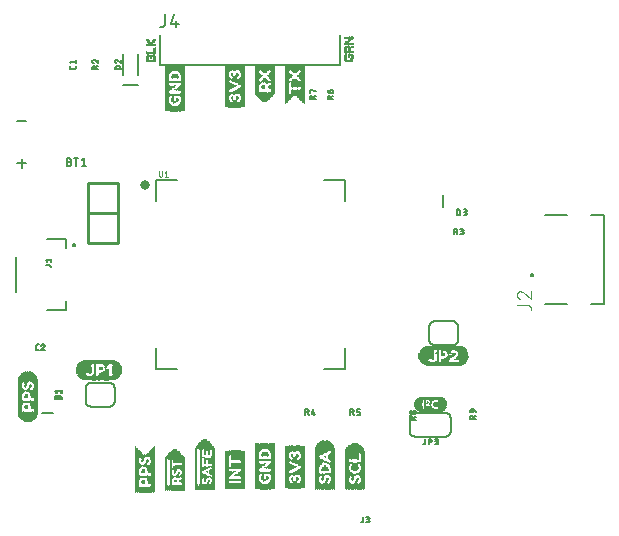
<source format=gbr>
G04 EAGLE Gerber RS-274X export*
G75*
%MOMM*%
%FSLAX34Y34*%
%LPD*%
%INSilkscreen Top*%
%IPPOS*%
%AMOC8*
5,1,8,0,0,1.08239X$1,22.5*%
G01*
%ADD10C,0.177800*%
%ADD11C,0.203200*%
%ADD12C,0.127000*%
%ADD13C,0.152400*%
%ADD14C,0.803212*%
%ADD15C,0.050800*%
%ADD16R,0.040000X3.520000*%
%ADD17R,0.040000X3.640000*%
%ADD18R,0.040000X3.720000*%
%ADD19R,0.040000X3.800000*%
%ADD20R,0.040000X3.840000*%
%ADD21R,0.040000X3.880000*%
%ADD22R,0.040000X3.920000*%
%ADD23R,0.040000X0.720000*%
%ADD24R,0.040000X3.040000*%
%ADD25R,0.040000X0.640000*%
%ADD26R,0.040000X0.280000*%
%ADD27R,0.040000X0.800000*%
%ADD28R,0.040000X1.160000*%
%ADD29R,0.040000X0.560000*%
%ADD30R,0.040000X0.200000*%
%ADD31R,0.040000X0.680000*%
%ADD32R,0.040000X1.120000*%
%ADD33R,0.040000X0.520000*%
%ADD34R,0.040000X0.160000*%
%ADD35R,0.040000X0.480000*%
%ADD36R,0.040000X0.440000*%
%ADD37R,0.040000X0.400000*%
%ADD38R,0.040000X0.240000*%
%ADD39R,0.040000X0.600000*%
%ADD40R,0.040000X0.320000*%
%ADD41R,0.040000X0.360000*%
%ADD42R,0.040000X1.080000*%
%ADD43R,0.040000X0.080000*%
%ADD44R,0.040000X1.040000*%
%ADD45R,0.040000X0.120000*%
%ADD46R,0.040000X1.000000*%
%ADD47R,0.040000X0.840000*%
%ADD48R,0.040000X0.960000*%
%ADD49R,0.040000X0.880000*%
%ADD50R,0.040000X0.760000*%
%ADD51R,0.040000X3.280000*%
%ADD52R,0.040000X3.400000*%
%ADD53R,0.040000X3.480000*%
%ADD54R,0.040000X3.560000*%
%ADD55R,0.040000X3.600000*%
%ADD56R,0.040000X3.680000*%
%ADD57R,0.040000X1.800000*%
%ADD58R,0.040000X1.240000*%
%ADD59R,0.040000X1.280000*%
%ADD60R,0.040000X1.320000*%
%ADD61R,0.040000X0.920000*%
%ADD62R,0.040000X0.040000*%
%ADD63R,0.040000X2.800000*%
%ADD64R,1.830000X0.030000*%
%ADD65R,2.010000X0.030000*%
%ADD66R,2.130000X0.020000*%
%ADD67R,2.250000X0.040000*%
%ADD68R,2.310000X0.030000*%
%ADD69R,2.370000X0.030000*%
%ADD70R,2.430000X0.020000*%
%ADD71R,0.930000X0.030000*%
%ADD72R,0.540000X0.030000*%
%ADD73R,0.750000X0.030000*%
%ADD74R,0.570000X0.040000*%
%ADD75R,0.150000X0.040000*%
%ADD76R,0.390000X0.040000*%
%ADD77R,0.660000X0.040000*%
%ADD78R,0.570000X0.030000*%
%ADD79R,0.120000X0.030000*%
%ADD80R,0.300000X0.030000*%
%ADD81R,0.600000X0.030000*%
%ADD82R,0.240000X0.030000*%
%ADD83R,0.090000X0.030000*%
%ADD84R,0.210000X0.030000*%
%ADD85R,0.630000X0.040000*%
%ADD86R,0.090000X0.040000*%
%ADD87R,0.060000X0.040000*%
%ADD88R,0.630000X0.030000*%
%ADD89R,0.660000X0.030000*%
%ADD90R,0.270000X0.030000*%
%ADD91R,0.720000X0.030000*%
%ADD92R,0.120000X0.040000*%
%ADD93R,1.080000X0.040000*%
%ADD94R,1.110000X0.030000*%
%ADD95R,0.150000X0.030000*%
%ADD96R,1.140000X0.030000*%
%ADD97R,0.180000X0.040000*%
%ADD98R,1.140000X0.040000*%
%ADD99R,0.060000X0.030000*%
%ADD100R,0.030000X0.030000*%
%ADD101R,0.030000X0.040000*%
%ADD102R,1.110000X0.040000*%
%ADD103R,1.080000X0.030000*%
%ADD104R,0.690000X0.030000*%
%ADD105R,0.780000X0.040000*%
%ADD106R,0.870000X0.030000*%
%ADD107R,2.430000X0.030000*%
%ADD108R,2.250000X0.030000*%
%ADD109R,2.130000X0.030000*%
%ADD110R,0.040000X3.240000*%
%ADD111R,0.040000X2.480000*%
%ADD112R,0.040000X2.520000*%
%ADD113R,0.040000X2.600000*%
%ADD114R,0.040000X2.640000*%
%ADD115R,0.040000X2.680000*%
%ADD116R,0.040000X2.720000*%
%ADD117R,0.040000X2.760000*%
%ADD118R,0.040000X1.440000*%
%ADD119R,0.040000X3.320000*%
%ADD120R,0.040000X3.200000*%
%ADD121R,0.040000X3.160000*%
%ADD122R,0.040000X3.120000*%
%ADD123R,0.040000X3.080000*%
%ADD124R,0.040000X1.680000*%
%ADD125R,0.040000X1.360000*%
%ADD126R,0.040000X2.840000*%
%ADD127R,0.040000X2.920000*%
%ADD128R,0.040000X2.960000*%
%ADD129R,0.040000X3.360000*%
%ADD130R,0.040000X3.000000*%
%ADD131R,0.040000X3.760000*%
%ADD132R,0.040000X4.040000*%
%ADD133R,0.040000X4.080000*%
%ADD134R,0.040000X4.120000*%
%ADD135R,0.040000X4.160000*%
%ADD136R,0.030000X0.330000*%
%ADD137R,0.030000X0.060000*%
%ADD138R,0.030000X0.090000*%
%ADD139R,0.040000X0.180000*%
%ADD140R,0.040000X0.150000*%
%ADD141R,0.030000X0.540000*%
%ADD142R,0.030000X0.210000*%
%ADD143R,0.030000X0.180000*%
%ADD144R,0.030000X0.570000*%
%ADD145R,0.030000X0.240000*%
%ADD146R,0.030000X0.600000*%
%ADD147R,0.030000X0.270000*%
%ADD148R,0.040000X0.210000*%
%ADD149R,0.040000X0.270000*%
%ADD150R,0.030000X0.450000*%
%ADD151R,0.030000X0.300000*%
%ADD152R,0.030000X0.420000*%
%ADD153R,0.030000X0.390000*%
%ADD154R,0.040000X0.330000*%
%ADD155R,0.030000X0.360000*%
%ADD156R,0.040000X0.450000*%
%ADD157R,0.030000X0.630000*%
%ADD158R,0.040000X0.630000*%
%ADD159R,0.040000X0.510000*%
%ADD160R,0.040000X0.540000*%
%ADD161R,0.040000X0.570000*%
%ADD162R,0.030000X0.150000*%
%ADD163R,0.030000X0.120000*%
%ADD164R,0.040000X0.390000*%
%ADD165R,0.030000X0.510000*%
%ADD166R,0.040000X0.660000*%
%ADD167R,0.040000X0.300000*%
%ADD168R,0.040000X0.420000*%
%ADD169R,2.680000X0.040000*%
%ADD170R,2.920000X0.040000*%
%ADD171R,3.080000X0.040000*%
%ADD172R,3.240000X0.040000*%
%ADD173R,3.320000X0.040000*%
%ADD174R,3.400000X0.040000*%
%ADD175R,3.480000X0.040000*%
%ADD176R,3.560000X0.040000*%
%ADD177R,1.200000X0.040000*%
%ADD178R,0.160000X0.040000*%
%ADD179R,0.560000X0.040000*%
%ADD180R,0.760000X0.040000*%
%ADD181R,1.160000X0.040000*%
%ADD182R,0.440000X0.040000*%
%ADD183R,0.720000X0.040000*%
%ADD184R,0.360000X0.040000*%
%ADD185R,0.280000X0.040000*%
%ADD186R,1.240000X0.040000*%
%ADD187R,0.240000X0.040000*%
%ADD188R,0.800000X0.040000*%
%ADD189R,1.280000X0.040000*%
%ADD190R,0.080000X0.040000*%
%ADD191R,0.840000X0.040000*%
%ADD192R,0.320000X0.040000*%
%ADD193R,0.400000X0.040000*%
%ADD194R,0.480000X0.040000*%
%ADD195R,0.600000X0.040000*%
%ADD196R,0.200000X0.040000*%
%ADD197R,0.920000X0.040000*%
%ADD198R,3.000000X0.040000*%
%ADD199R,3.640000X0.040000*%
%ADD200R,3.720000X0.040000*%
%ADD201R,3.800000X0.040000*%
%ADD202R,1.000000X0.040000*%
%ADD203R,0.520000X0.040000*%
%ADD204R,0.960000X0.040000*%
%ADD205R,0.880000X0.040000*%
%ADD206R,1.040000X0.040000*%
%ADD207R,0.680000X0.040000*%
%ADD208R,0.640000X0.040000*%
%ADD209C,0.200000*%
%ADD210C,0.101600*%
%ADD211C,0.254000*%


D10*
X292100Y787400D02*
X292100Y762000D01*
X444500Y762000D02*
X444500Y787400D01*
X444500Y762000D02*
X292100Y762000D01*
D11*
X178308Y678265D02*
X171196Y678265D01*
X174752Y674709D02*
X174752Y681821D01*
X171196Y713825D02*
X178308Y713825D01*
X169900Y599200D02*
X169900Y569200D01*
X195900Y614200D02*
X212400Y614200D01*
X212400Y561700D02*
X212400Y554200D01*
X195900Y554200D01*
X212400Y606700D02*
X212400Y614200D01*
X217884Y609200D02*
X217886Y609263D01*
X217892Y609326D01*
X217902Y609389D01*
X217915Y609450D01*
X217933Y609511D01*
X217954Y609570D01*
X217979Y609629D01*
X218007Y609685D01*
X218039Y609740D01*
X218074Y609792D01*
X218113Y609842D01*
X218154Y609890D01*
X218199Y609935D01*
X218246Y609977D01*
X218295Y610016D01*
X218347Y610052D01*
X218401Y610085D01*
X218457Y610114D01*
X218515Y610140D01*
X218574Y610162D01*
X218634Y610181D01*
X218696Y610195D01*
X218758Y610206D01*
X218821Y610213D01*
X218884Y610216D01*
X218947Y610215D01*
X219010Y610210D01*
X219073Y610201D01*
X219135Y610188D01*
X219196Y610172D01*
X219256Y610152D01*
X219314Y610128D01*
X219371Y610100D01*
X219426Y610069D01*
X219479Y610035D01*
X219530Y609997D01*
X219578Y609956D01*
X219624Y609913D01*
X219667Y609866D01*
X219707Y609817D01*
X219744Y609766D01*
X219777Y609713D01*
X219807Y609657D01*
X219834Y609600D01*
X219857Y609541D01*
X219876Y609481D01*
X219892Y609419D01*
X219904Y609357D01*
X219912Y609295D01*
X219916Y609232D01*
X219916Y609168D01*
X219912Y609105D01*
X219904Y609043D01*
X219892Y608981D01*
X219876Y608919D01*
X219857Y608859D01*
X219834Y608800D01*
X219807Y608743D01*
X219777Y608687D01*
X219744Y608634D01*
X219707Y608583D01*
X219667Y608534D01*
X219624Y608487D01*
X219578Y608444D01*
X219530Y608403D01*
X219479Y608365D01*
X219426Y608331D01*
X219371Y608300D01*
X219314Y608272D01*
X219256Y608248D01*
X219196Y608228D01*
X219135Y608212D01*
X219073Y608199D01*
X219010Y608190D01*
X218947Y608185D01*
X218884Y608184D01*
X218821Y608187D01*
X218758Y608194D01*
X218696Y608205D01*
X218634Y608219D01*
X218574Y608238D01*
X218515Y608260D01*
X218457Y608286D01*
X218401Y608315D01*
X218347Y608348D01*
X218295Y608384D01*
X218246Y608423D01*
X218199Y608465D01*
X218154Y608510D01*
X218113Y608558D01*
X218074Y608608D01*
X218039Y608660D01*
X218007Y608715D01*
X217979Y608771D01*
X217954Y608830D01*
X217933Y608889D01*
X217915Y608950D01*
X217902Y609011D01*
X217892Y609074D01*
X217886Y609137D01*
X217884Y609200D01*
D12*
X198699Y591906D02*
X194945Y591906D01*
X198699Y591906D02*
X198764Y591904D01*
X198828Y591898D01*
X198892Y591888D01*
X198956Y591875D01*
X199018Y591857D01*
X199079Y591836D01*
X199139Y591812D01*
X199197Y591783D01*
X199254Y591751D01*
X199308Y591716D01*
X199360Y591678D01*
X199410Y591636D01*
X199457Y591592D01*
X199501Y591545D01*
X199543Y591495D01*
X199581Y591443D01*
X199616Y591389D01*
X199648Y591332D01*
X199677Y591274D01*
X199701Y591214D01*
X199722Y591153D01*
X199740Y591091D01*
X199753Y591027D01*
X199763Y590963D01*
X199769Y590899D01*
X199771Y590834D01*
X199771Y590297D01*
X196017Y594854D02*
X194945Y596194D01*
X199771Y596194D01*
X199771Y594854D02*
X199771Y597535D01*
X189004Y520319D02*
X187932Y520319D01*
X187867Y520321D01*
X187803Y520327D01*
X187739Y520337D01*
X187675Y520350D01*
X187613Y520368D01*
X187552Y520389D01*
X187492Y520413D01*
X187434Y520442D01*
X187377Y520474D01*
X187323Y520509D01*
X187271Y520547D01*
X187221Y520589D01*
X187174Y520633D01*
X187130Y520680D01*
X187088Y520730D01*
X187050Y520782D01*
X187015Y520836D01*
X186983Y520893D01*
X186954Y520951D01*
X186930Y521011D01*
X186909Y521072D01*
X186891Y521134D01*
X186878Y521198D01*
X186868Y521262D01*
X186862Y521326D01*
X186860Y521391D01*
X186859Y521391D02*
X186859Y524073D01*
X186860Y524073D02*
X186862Y524138D01*
X186868Y524202D01*
X186878Y524266D01*
X186891Y524330D01*
X186909Y524392D01*
X186930Y524453D01*
X186954Y524513D01*
X186983Y524571D01*
X187015Y524628D01*
X187050Y524682D01*
X187088Y524734D01*
X187130Y524784D01*
X187174Y524831D01*
X187221Y524875D01*
X187271Y524917D01*
X187323Y524955D01*
X187377Y524990D01*
X187434Y525022D01*
X187492Y525051D01*
X187552Y525075D01*
X187613Y525096D01*
X187675Y525114D01*
X187739Y525127D01*
X187803Y525137D01*
X187867Y525143D01*
X187932Y525145D01*
X189004Y525145D01*
X192934Y525145D02*
X193002Y525143D01*
X193069Y525137D01*
X193136Y525128D01*
X193203Y525115D01*
X193268Y525098D01*
X193333Y525077D01*
X193396Y525053D01*
X193458Y525025D01*
X193518Y524994D01*
X193576Y524960D01*
X193632Y524922D01*
X193687Y524882D01*
X193738Y524838D01*
X193787Y524791D01*
X193834Y524742D01*
X193878Y524691D01*
X193918Y524636D01*
X193956Y524580D01*
X193990Y524522D01*
X194021Y524462D01*
X194049Y524400D01*
X194073Y524337D01*
X194094Y524272D01*
X194111Y524207D01*
X194124Y524140D01*
X194133Y524073D01*
X194139Y524006D01*
X194141Y523938D01*
X192934Y525145D02*
X192856Y525143D01*
X192778Y525137D01*
X192701Y525127D01*
X192624Y525114D01*
X192548Y525096D01*
X192473Y525075D01*
X192399Y525050D01*
X192327Y525021D01*
X192256Y524989D01*
X192187Y524953D01*
X192119Y524914D01*
X192054Y524871D01*
X191991Y524825D01*
X191930Y524776D01*
X191872Y524724D01*
X191817Y524669D01*
X191764Y524612D01*
X191715Y524552D01*
X191668Y524489D01*
X191625Y524425D01*
X191585Y524358D01*
X191548Y524289D01*
X191515Y524218D01*
X191485Y524146D01*
X191459Y524073D01*
X193739Y523000D02*
X193788Y523049D01*
X193835Y523101D01*
X193878Y523156D01*
X193919Y523213D01*
X193957Y523272D01*
X193991Y523333D01*
X194022Y523396D01*
X194050Y523460D01*
X194074Y523526D01*
X194094Y523592D01*
X194111Y523660D01*
X194124Y523729D01*
X194133Y523798D01*
X194139Y523868D01*
X194141Y523938D01*
X193739Y523000D02*
X191460Y520319D01*
X194141Y520319D01*
X433705Y732548D02*
X438531Y732548D01*
X433705Y732548D02*
X433705Y733889D01*
X433707Y733960D01*
X433713Y734032D01*
X433722Y734102D01*
X433735Y734172D01*
X433752Y734242D01*
X433773Y734310D01*
X433797Y734377D01*
X433825Y734443D01*
X433856Y734507D01*
X433891Y734570D01*
X433929Y734630D01*
X433970Y734689D01*
X434014Y734745D01*
X434061Y734799D01*
X434110Y734850D01*
X434163Y734898D01*
X434218Y734944D01*
X434275Y734986D01*
X434335Y735026D01*
X434396Y735062D01*
X434460Y735095D01*
X434525Y735124D01*
X434591Y735150D01*
X434659Y735173D01*
X434728Y735192D01*
X434798Y735207D01*
X434868Y735218D01*
X434939Y735226D01*
X435010Y735230D01*
X435082Y735230D01*
X435153Y735226D01*
X435224Y735218D01*
X435294Y735207D01*
X435364Y735192D01*
X435433Y735173D01*
X435501Y735150D01*
X435567Y735124D01*
X435632Y735095D01*
X435696Y735062D01*
X435757Y735026D01*
X435817Y734986D01*
X435874Y734944D01*
X435929Y734898D01*
X435982Y734850D01*
X436031Y734799D01*
X436078Y734745D01*
X436122Y734689D01*
X436163Y734630D01*
X436201Y734570D01*
X436236Y734507D01*
X436267Y734443D01*
X436295Y734377D01*
X436319Y734310D01*
X436340Y734242D01*
X436357Y734172D01*
X436370Y734102D01*
X436379Y734032D01*
X436385Y733960D01*
X436387Y733889D01*
X436386Y733889D02*
X436386Y732548D01*
X436386Y734157D02*
X438531Y735229D01*
X435850Y737971D02*
X435850Y739579D01*
X435852Y739644D01*
X435858Y739708D01*
X435868Y739772D01*
X435881Y739836D01*
X435899Y739898D01*
X435920Y739959D01*
X435944Y740019D01*
X435973Y740077D01*
X436005Y740134D01*
X436040Y740188D01*
X436078Y740240D01*
X436120Y740290D01*
X436164Y740337D01*
X436211Y740381D01*
X436261Y740423D01*
X436313Y740461D01*
X436367Y740496D01*
X436424Y740528D01*
X436482Y740557D01*
X436542Y740581D01*
X436603Y740602D01*
X436665Y740620D01*
X436729Y740633D01*
X436793Y740643D01*
X436857Y740649D01*
X436922Y740651D01*
X436922Y740652D02*
X437190Y740652D01*
X437261Y740650D01*
X437333Y740644D01*
X437403Y740635D01*
X437473Y740622D01*
X437543Y740605D01*
X437611Y740584D01*
X437678Y740560D01*
X437744Y740532D01*
X437808Y740501D01*
X437871Y740466D01*
X437931Y740428D01*
X437990Y740387D01*
X438046Y740343D01*
X438100Y740296D01*
X438151Y740247D01*
X438199Y740194D01*
X438245Y740139D01*
X438287Y740082D01*
X438327Y740022D01*
X438363Y739961D01*
X438396Y739897D01*
X438425Y739832D01*
X438451Y739766D01*
X438474Y739698D01*
X438493Y739629D01*
X438508Y739559D01*
X438519Y739489D01*
X438527Y739418D01*
X438531Y739347D01*
X438531Y739275D01*
X438527Y739204D01*
X438519Y739133D01*
X438508Y739063D01*
X438493Y738993D01*
X438474Y738924D01*
X438451Y738856D01*
X438425Y738790D01*
X438396Y738725D01*
X438363Y738661D01*
X438327Y738600D01*
X438287Y738540D01*
X438245Y738483D01*
X438199Y738428D01*
X438151Y738375D01*
X438100Y738326D01*
X438046Y738279D01*
X437990Y738235D01*
X437931Y738194D01*
X437871Y738156D01*
X437808Y738121D01*
X437744Y738090D01*
X437678Y738062D01*
X437611Y738038D01*
X437543Y738017D01*
X437473Y738000D01*
X437403Y737987D01*
X437333Y737978D01*
X437261Y737972D01*
X437190Y737970D01*
X437190Y737971D02*
X435850Y737971D01*
X435759Y737973D01*
X435668Y737979D01*
X435578Y737988D01*
X435487Y738002D01*
X435398Y738019D01*
X435310Y738040D01*
X435222Y738065D01*
X435135Y738094D01*
X435050Y738126D01*
X434966Y738161D01*
X434884Y738201D01*
X434804Y738243D01*
X434725Y738289D01*
X434649Y738339D01*
X434575Y738391D01*
X434502Y738447D01*
X434433Y738506D01*
X434366Y738567D01*
X434301Y738632D01*
X434240Y738699D01*
X434181Y738768D01*
X434125Y738840D01*
X434073Y738915D01*
X434023Y738991D01*
X433977Y739070D01*
X433935Y739150D01*
X433895Y739232D01*
X433860Y739316D01*
X433828Y739401D01*
X433799Y739488D01*
X433774Y739575D01*
X433753Y739664D01*
X433736Y739753D01*
X433722Y739843D01*
X433713Y739934D01*
X433707Y740025D01*
X433705Y740116D01*
X423545Y732548D02*
X418719Y732548D01*
X418719Y733889D01*
X418721Y733960D01*
X418727Y734032D01*
X418736Y734102D01*
X418749Y734172D01*
X418766Y734242D01*
X418787Y734310D01*
X418811Y734377D01*
X418839Y734443D01*
X418870Y734507D01*
X418905Y734570D01*
X418943Y734630D01*
X418984Y734689D01*
X419028Y734745D01*
X419075Y734799D01*
X419124Y734850D01*
X419177Y734898D01*
X419232Y734944D01*
X419289Y734986D01*
X419349Y735026D01*
X419410Y735062D01*
X419474Y735095D01*
X419539Y735124D01*
X419605Y735150D01*
X419673Y735173D01*
X419742Y735192D01*
X419812Y735207D01*
X419882Y735218D01*
X419953Y735226D01*
X420024Y735230D01*
X420096Y735230D01*
X420167Y735226D01*
X420238Y735218D01*
X420308Y735207D01*
X420378Y735192D01*
X420447Y735173D01*
X420515Y735150D01*
X420581Y735124D01*
X420646Y735095D01*
X420710Y735062D01*
X420771Y735026D01*
X420831Y734986D01*
X420888Y734944D01*
X420943Y734898D01*
X420996Y734850D01*
X421045Y734799D01*
X421092Y734745D01*
X421136Y734689D01*
X421177Y734630D01*
X421215Y734570D01*
X421250Y734507D01*
X421281Y734443D01*
X421309Y734377D01*
X421333Y734310D01*
X421354Y734242D01*
X421371Y734172D01*
X421384Y734102D01*
X421393Y734032D01*
X421399Y733960D01*
X421401Y733889D01*
X421400Y733889D02*
X421400Y732548D01*
X421400Y734157D02*
X423545Y735229D01*
X419255Y737971D02*
X418719Y737971D01*
X418719Y740652D01*
X423545Y739311D01*
X220345Y759432D02*
X220345Y760504D01*
X220345Y759432D02*
X220343Y759367D01*
X220337Y759303D01*
X220327Y759239D01*
X220314Y759175D01*
X220296Y759113D01*
X220275Y759052D01*
X220251Y758992D01*
X220222Y758934D01*
X220190Y758877D01*
X220155Y758823D01*
X220117Y758771D01*
X220075Y758721D01*
X220031Y758674D01*
X219984Y758630D01*
X219934Y758588D01*
X219882Y758550D01*
X219828Y758515D01*
X219771Y758483D01*
X219713Y758454D01*
X219653Y758430D01*
X219592Y758409D01*
X219530Y758391D01*
X219466Y758378D01*
X219402Y758368D01*
X219338Y758362D01*
X219273Y758360D01*
X219273Y758359D02*
X216591Y758359D01*
X216526Y758361D01*
X216462Y758367D01*
X216398Y758377D01*
X216334Y758390D01*
X216272Y758408D01*
X216211Y758429D01*
X216151Y758454D01*
X216092Y758482D01*
X216036Y758514D01*
X215981Y758549D01*
X215929Y758587D01*
X215879Y758629D01*
X215832Y758673D01*
X215788Y758720D01*
X215746Y758770D01*
X215708Y758822D01*
X215673Y758877D01*
X215641Y758933D01*
X215613Y758992D01*
X215588Y759051D01*
X215567Y759113D01*
X215549Y759175D01*
X215536Y759239D01*
X215526Y759303D01*
X215520Y759367D01*
X215518Y759432D01*
X215519Y759432D02*
X215519Y760504D01*
X216591Y762960D02*
X215519Y764300D01*
X220345Y764300D01*
X220345Y762960D02*
X220345Y765641D01*
X215055Y679803D02*
X213291Y679803D01*
X215055Y679803D02*
X215138Y679801D01*
X215220Y679795D01*
X215302Y679786D01*
X215384Y679772D01*
X215465Y679755D01*
X215545Y679734D01*
X215624Y679709D01*
X215701Y679680D01*
X215778Y679648D01*
X215852Y679613D01*
X215925Y679574D01*
X215996Y679531D01*
X216065Y679485D01*
X216132Y679436D01*
X216196Y679384D01*
X216258Y679329D01*
X216317Y679272D01*
X216373Y679211D01*
X216427Y679148D01*
X216477Y679083D01*
X216525Y679015D01*
X216569Y678945D01*
X216609Y678873D01*
X216647Y678799D01*
X216681Y678724D01*
X216711Y678647D01*
X216738Y678568D01*
X216761Y678489D01*
X216780Y678408D01*
X216795Y678327D01*
X216807Y678245D01*
X216815Y678163D01*
X216819Y678080D01*
X216819Y677998D01*
X216815Y677915D01*
X216807Y677833D01*
X216795Y677751D01*
X216780Y677670D01*
X216761Y677589D01*
X216738Y677510D01*
X216711Y677431D01*
X216681Y677354D01*
X216647Y677279D01*
X216609Y677205D01*
X216569Y677133D01*
X216525Y677063D01*
X216477Y676995D01*
X216427Y676930D01*
X216373Y676867D01*
X216317Y676806D01*
X216258Y676749D01*
X216196Y676694D01*
X216132Y676642D01*
X216065Y676593D01*
X215996Y676547D01*
X215925Y676504D01*
X215852Y676465D01*
X215778Y676430D01*
X215701Y676398D01*
X215624Y676369D01*
X215545Y676344D01*
X215465Y676323D01*
X215384Y676306D01*
X215302Y676292D01*
X215220Y676283D01*
X215138Y676277D01*
X215055Y676275D01*
X213291Y676275D01*
X213291Y682625D01*
X215055Y682625D01*
X215129Y682623D01*
X215202Y682617D01*
X215276Y682608D01*
X215348Y682594D01*
X215420Y682577D01*
X215491Y682556D01*
X215561Y682531D01*
X215629Y682503D01*
X215696Y682471D01*
X215760Y682436D01*
X215823Y682397D01*
X215884Y682356D01*
X215943Y682311D01*
X215999Y682263D01*
X216053Y682212D01*
X216104Y682158D01*
X216152Y682102D01*
X216197Y682043D01*
X216238Y681982D01*
X216277Y681920D01*
X216312Y681855D01*
X216344Y681788D01*
X216372Y681720D01*
X216397Y681650D01*
X216418Y681579D01*
X216435Y681507D01*
X216449Y681435D01*
X216458Y681361D01*
X216464Y681288D01*
X216466Y681214D01*
X216464Y681140D01*
X216458Y681067D01*
X216449Y680993D01*
X216435Y680921D01*
X216418Y680849D01*
X216397Y680778D01*
X216372Y680708D01*
X216344Y680640D01*
X216312Y680573D01*
X216277Y680509D01*
X216238Y680446D01*
X216197Y680385D01*
X216152Y680326D01*
X216104Y680270D01*
X216053Y680216D01*
X215999Y680165D01*
X215943Y680117D01*
X215884Y680072D01*
X215823Y680031D01*
X215761Y679992D01*
X215696Y679957D01*
X215629Y679925D01*
X215561Y679897D01*
X215491Y679872D01*
X215420Y679851D01*
X215348Y679834D01*
X215276Y679820D01*
X215202Y679811D01*
X215129Y679805D01*
X215055Y679803D01*
X221070Y682625D02*
X221070Y676275D01*
X219307Y682625D02*
X222834Y682625D01*
X225707Y681214D02*
X227471Y682625D01*
X227471Y676275D01*
X225707Y676275D02*
X229235Y676275D01*
X503555Y460768D02*
X508381Y460768D01*
X503555Y460768D02*
X503555Y462109D01*
X503557Y462180D01*
X503563Y462252D01*
X503572Y462322D01*
X503585Y462392D01*
X503602Y462462D01*
X503623Y462530D01*
X503647Y462597D01*
X503675Y462663D01*
X503706Y462727D01*
X503741Y462790D01*
X503779Y462850D01*
X503820Y462909D01*
X503864Y462965D01*
X503911Y463019D01*
X503960Y463070D01*
X504013Y463118D01*
X504068Y463164D01*
X504125Y463206D01*
X504185Y463246D01*
X504246Y463282D01*
X504310Y463315D01*
X504375Y463344D01*
X504441Y463370D01*
X504509Y463393D01*
X504578Y463412D01*
X504648Y463427D01*
X504718Y463438D01*
X504789Y463446D01*
X504860Y463450D01*
X504932Y463450D01*
X505003Y463446D01*
X505074Y463438D01*
X505144Y463427D01*
X505214Y463412D01*
X505283Y463393D01*
X505351Y463370D01*
X505417Y463344D01*
X505482Y463315D01*
X505546Y463282D01*
X505607Y463246D01*
X505667Y463206D01*
X505724Y463164D01*
X505779Y463118D01*
X505832Y463070D01*
X505881Y463019D01*
X505928Y462965D01*
X505972Y462909D01*
X506013Y462850D01*
X506051Y462790D01*
X506086Y462727D01*
X506117Y462663D01*
X506145Y462597D01*
X506169Y462530D01*
X506190Y462462D01*
X506207Y462392D01*
X506220Y462322D01*
X506229Y462252D01*
X506235Y462180D01*
X506237Y462109D01*
X506236Y462109D02*
X506236Y460768D01*
X506236Y462377D02*
X508381Y463449D01*
X507040Y466190D02*
X506969Y466192D01*
X506897Y466198D01*
X506827Y466207D01*
X506757Y466220D01*
X506687Y466237D01*
X506619Y466258D01*
X506552Y466282D01*
X506486Y466310D01*
X506422Y466341D01*
X506359Y466376D01*
X506299Y466414D01*
X506240Y466455D01*
X506184Y466499D01*
X506130Y466546D01*
X506079Y466595D01*
X506031Y466648D01*
X505985Y466703D01*
X505943Y466760D01*
X505903Y466820D01*
X505867Y466881D01*
X505834Y466945D01*
X505805Y467010D01*
X505779Y467076D01*
X505756Y467144D01*
X505737Y467213D01*
X505722Y467283D01*
X505711Y467353D01*
X505703Y467424D01*
X505699Y467495D01*
X505699Y467567D01*
X505703Y467638D01*
X505711Y467709D01*
X505722Y467779D01*
X505737Y467849D01*
X505756Y467918D01*
X505779Y467986D01*
X505805Y468052D01*
X505834Y468117D01*
X505867Y468181D01*
X505903Y468242D01*
X505943Y468302D01*
X505985Y468359D01*
X506031Y468414D01*
X506079Y468467D01*
X506130Y468516D01*
X506184Y468563D01*
X506240Y468607D01*
X506299Y468648D01*
X506359Y468686D01*
X506422Y468721D01*
X506486Y468752D01*
X506552Y468780D01*
X506619Y468804D01*
X506687Y468825D01*
X506757Y468842D01*
X506827Y468855D01*
X506897Y468864D01*
X506969Y468870D01*
X507040Y468872D01*
X507111Y468870D01*
X507183Y468864D01*
X507253Y468855D01*
X507323Y468842D01*
X507393Y468825D01*
X507461Y468804D01*
X507528Y468780D01*
X507594Y468752D01*
X507658Y468721D01*
X507721Y468686D01*
X507781Y468648D01*
X507840Y468607D01*
X507896Y468563D01*
X507950Y468516D01*
X508001Y468467D01*
X508049Y468414D01*
X508095Y468359D01*
X508137Y468302D01*
X508177Y468242D01*
X508213Y468181D01*
X508246Y468117D01*
X508275Y468052D01*
X508301Y467986D01*
X508324Y467918D01*
X508343Y467849D01*
X508358Y467779D01*
X508369Y467709D01*
X508377Y467638D01*
X508381Y467567D01*
X508381Y467495D01*
X508377Y467424D01*
X508369Y467353D01*
X508358Y467283D01*
X508343Y467213D01*
X508324Y467144D01*
X508301Y467076D01*
X508275Y467010D01*
X508246Y466945D01*
X508213Y466881D01*
X508177Y466820D01*
X508137Y466760D01*
X508095Y466703D01*
X508049Y466648D01*
X508001Y466595D01*
X507950Y466546D01*
X507896Y466499D01*
X507840Y466455D01*
X507781Y466414D01*
X507721Y466376D01*
X507658Y466341D01*
X507594Y466310D01*
X507528Y466282D01*
X507461Y466258D01*
X507393Y466237D01*
X507323Y466220D01*
X507253Y466207D01*
X507183Y466198D01*
X507111Y466192D01*
X507040Y466190D01*
X504627Y466459D02*
X504562Y466461D01*
X504498Y466467D01*
X504434Y466477D01*
X504370Y466490D01*
X504308Y466508D01*
X504247Y466529D01*
X504187Y466553D01*
X504129Y466582D01*
X504072Y466614D01*
X504018Y466649D01*
X503966Y466687D01*
X503916Y466729D01*
X503869Y466773D01*
X503825Y466820D01*
X503783Y466870D01*
X503745Y466922D01*
X503710Y466976D01*
X503678Y467033D01*
X503649Y467091D01*
X503625Y467151D01*
X503604Y467212D01*
X503586Y467274D01*
X503573Y467338D01*
X503563Y467402D01*
X503557Y467466D01*
X503555Y467531D01*
X503557Y467596D01*
X503563Y467660D01*
X503573Y467724D01*
X503586Y467788D01*
X503604Y467850D01*
X503625Y467911D01*
X503649Y467971D01*
X503678Y468029D01*
X503710Y468086D01*
X503745Y468140D01*
X503783Y468192D01*
X503825Y468242D01*
X503869Y468289D01*
X503916Y468333D01*
X503966Y468375D01*
X504018Y468413D01*
X504072Y468448D01*
X504129Y468480D01*
X504187Y468509D01*
X504247Y468533D01*
X504308Y468554D01*
X504370Y468572D01*
X504434Y468585D01*
X504498Y468595D01*
X504562Y468601D01*
X504627Y468603D01*
X504692Y468601D01*
X504756Y468595D01*
X504820Y468585D01*
X504884Y468572D01*
X504946Y468554D01*
X505007Y468533D01*
X505067Y468509D01*
X505125Y468480D01*
X505182Y468448D01*
X505236Y468413D01*
X505288Y468375D01*
X505338Y468333D01*
X505385Y468289D01*
X505429Y468242D01*
X505471Y468192D01*
X505509Y468140D01*
X505544Y468086D01*
X505576Y468029D01*
X505605Y467971D01*
X505629Y467911D01*
X505650Y467850D01*
X505668Y467788D01*
X505681Y467724D01*
X505691Y467660D01*
X505697Y467596D01*
X505699Y467531D01*
X505697Y467466D01*
X505691Y467402D01*
X505681Y467338D01*
X505668Y467274D01*
X505650Y467212D01*
X505629Y467151D01*
X505605Y467091D01*
X505576Y467033D01*
X505544Y466976D01*
X505509Y466922D01*
X505471Y466870D01*
X505429Y466820D01*
X505385Y466773D01*
X505338Y466729D01*
X505288Y466687D01*
X505236Y466649D01*
X505182Y466614D01*
X505125Y466582D01*
X505067Y466553D01*
X505007Y466529D01*
X504946Y466508D01*
X504884Y466490D01*
X504820Y466477D01*
X504756Y466467D01*
X504692Y466461D01*
X504627Y466459D01*
X554355Y462038D02*
X559181Y462038D01*
X554355Y462038D02*
X554355Y463379D01*
X554357Y463450D01*
X554363Y463522D01*
X554372Y463592D01*
X554385Y463662D01*
X554402Y463732D01*
X554423Y463800D01*
X554447Y463867D01*
X554475Y463933D01*
X554506Y463997D01*
X554541Y464060D01*
X554579Y464120D01*
X554620Y464179D01*
X554664Y464235D01*
X554711Y464289D01*
X554760Y464340D01*
X554813Y464388D01*
X554868Y464434D01*
X554925Y464476D01*
X554985Y464516D01*
X555046Y464552D01*
X555110Y464585D01*
X555175Y464614D01*
X555241Y464640D01*
X555309Y464663D01*
X555378Y464682D01*
X555448Y464697D01*
X555518Y464708D01*
X555589Y464716D01*
X555660Y464720D01*
X555732Y464720D01*
X555803Y464716D01*
X555874Y464708D01*
X555944Y464697D01*
X556014Y464682D01*
X556083Y464663D01*
X556151Y464640D01*
X556217Y464614D01*
X556282Y464585D01*
X556346Y464552D01*
X556407Y464516D01*
X556467Y464476D01*
X556524Y464434D01*
X556579Y464388D01*
X556632Y464340D01*
X556681Y464289D01*
X556728Y464235D01*
X556772Y464179D01*
X556813Y464120D01*
X556851Y464060D01*
X556886Y463997D01*
X556917Y463933D01*
X556945Y463867D01*
X556969Y463800D01*
X556990Y463732D01*
X557007Y463662D01*
X557020Y463592D01*
X557029Y463522D01*
X557035Y463450D01*
X557037Y463379D01*
X557036Y463379D02*
X557036Y462038D01*
X557036Y463647D02*
X559181Y464719D01*
X557036Y468533D02*
X557036Y470142D01*
X557036Y468533D02*
X557034Y468468D01*
X557028Y468404D01*
X557018Y468340D01*
X557005Y468276D01*
X556987Y468214D01*
X556966Y468153D01*
X556942Y468093D01*
X556913Y468035D01*
X556881Y467978D01*
X556846Y467924D01*
X556808Y467872D01*
X556766Y467822D01*
X556722Y467775D01*
X556675Y467731D01*
X556625Y467689D01*
X556573Y467651D01*
X556519Y467616D01*
X556462Y467584D01*
X556404Y467555D01*
X556344Y467531D01*
X556283Y467510D01*
X556221Y467492D01*
X556157Y467479D01*
X556093Y467469D01*
X556029Y467463D01*
X555964Y467461D01*
X555696Y467461D01*
X555696Y467460D02*
X555625Y467462D01*
X555553Y467468D01*
X555483Y467477D01*
X555413Y467490D01*
X555343Y467507D01*
X555275Y467528D01*
X555208Y467552D01*
X555142Y467580D01*
X555078Y467611D01*
X555015Y467646D01*
X554955Y467684D01*
X554896Y467725D01*
X554840Y467769D01*
X554786Y467816D01*
X554735Y467865D01*
X554687Y467918D01*
X554641Y467973D01*
X554599Y468030D01*
X554559Y468090D01*
X554523Y468151D01*
X554490Y468215D01*
X554461Y468280D01*
X554435Y468346D01*
X554412Y468414D01*
X554393Y468483D01*
X554378Y468553D01*
X554367Y468623D01*
X554359Y468694D01*
X554355Y468765D01*
X554355Y468837D01*
X554359Y468908D01*
X554367Y468979D01*
X554378Y469049D01*
X554393Y469119D01*
X554412Y469188D01*
X554435Y469256D01*
X554461Y469322D01*
X554490Y469387D01*
X554523Y469451D01*
X554559Y469512D01*
X554599Y469572D01*
X554641Y469629D01*
X554687Y469684D01*
X554735Y469737D01*
X554786Y469786D01*
X554840Y469833D01*
X554896Y469877D01*
X554955Y469918D01*
X555015Y469956D01*
X555078Y469991D01*
X555142Y470022D01*
X555208Y470050D01*
X555275Y470074D01*
X555343Y470095D01*
X555413Y470112D01*
X555483Y470125D01*
X555553Y470134D01*
X555625Y470140D01*
X555696Y470142D01*
X557036Y470142D01*
X557127Y470140D01*
X557218Y470134D01*
X557308Y470125D01*
X557399Y470111D01*
X557488Y470094D01*
X557576Y470073D01*
X557664Y470048D01*
X557751Y470019D01*
X557836Y469987D01*
X557920Y469952D01*
X558002Y469912D01*
X558082Y469870D01*
X558161Y469824D01*
X558237Y469774D01*
X558311Y469722D01*
X558384Y469666D01*
X558453Y469607D01*
X558520Y469546D01*
X558585Y469481D01*
X558646Y469414D01*
X558705Y469345D01*
X558761Y469272D01*
X558813Y469198D01*
X558863Y469122D01*
X558909Y469043D01*
X558951Y468963D01*
X558991Y468881D01*
X559026Y468797D01*
X559058Y468712D01*
X559087Y468625D01*
X559112Y468537D01*
X559133Y468449D01*
X559150Y468360D01*
X559164Y468269D01*
X559173Y468179D01*
X559179Y468088D01*
X559181Y467997D01*
D11*
X533400Y467360D02*
X508000Y467360D01*
X503428Y451612D02*
X503430Y451479D01*
X503436Y451346D01*
X503445Y451214D01*
X503459Y451081D01*
X503476Y450949D01*
X503497Y450818D01*
X503522Y450687D01*
X503551Y450558D01*
X503584Y450429D01*
X503620Y450301D01*
X503660Y450174D01*
X503704Y450048D01*
X503751Y449924D01*
X503802Y449801D01*
X503856Y449680D01*
X503914Y449560D01*
X503976Y449442D01*
X504041Y449326D01*
X504109Y449212D01*
X504180Y449100D01*
X504255Y448990D01*
X504333Y448882D01*
X504414Y448776D01*
X504498Y448673D01*
X504585Y448573D01*
X504674Y448475D01*
X504767Y448379D01*
X504863Y448286D01*
X504961Y448197D01*
X505061Y448110D01*
X505164Y448026D01*
X505270Y447945D01*
X505378Y447867D01*
X505488Y447792D01*
X505600Y447721D01*
X505714Y447653D01*
X505830Y447588D01*
X505948Y447526D01*
X506068Y447468D01*
X506189Y447414D01*
X506312Y447363D01*
X506436Y447316D01*
X506562Y447272D01*
X506689Y447232D01*
X506817Y447196D01*
X506946Y447163D01*
X507075Y447134D01*
X507206Y447109D01*
X507337Y447088D01*
X507469Y447071D01*
X507602Y447057D01*
X507734Y447048D01*
X507867Y447042D01*
X508000Y447040D01*
X533400Y447040D02*
X533533Y447042D01*
X533666Y447048D01*
X533798Y447057D01*
X533931Y447071D01*
X534063Y447088D01*
X534194Y447109D01*
X534325Y447134D01*
X534454Y447163D01*
X534583Y447196D01*
X534711Y447232D01*
X534838Y447272D01*
X534964Y447316D01*
X535088Y447363D01*
X535211Y447414D01*
X535332Y447468D01*
X535452Y447526D01*
X535570Y447588D01*
X535686Y447653D01*
X535800Y447721D01*
X535912Y447792D01*
X536022Y447867D01*
X536130Y447945D01*
X536236Y448026D01*
X536339Y448110D01*
X536439Y448197D01*
X536537Y448286D01*
X536633Y448379D01*
X536726Y448475D01*
X536815Y448573D01*
X536902Y448673D01*
X536986Y448776D01*
X537067Y448882D01*
X537145Y448990D01*
X537220Y449100D01*
X537291Y449212D01*
X537359Y449326D01*
X537424Y449442D01*
X537486Y449560D01*
X537544Y449680D01*
X537598Y449801D01*
X537649Y449924D01*
X537696Y450048D01*
X537740Y450174D01*
X537780Y450301D01*
X537816Y450429D01*
X537849Y450558D01*
X537878Y450687D01*
X537903Y450818D01*
X537924Y450949D01*
X537941Y451081D01*
X537955Y451214D01*
X537964Y451346D01*
X537970Y451479D01*
X537972Y451612D01*
X537972Y462788D02*
X537970Y462921D01*
X537964Y463054D01*
X537955Y463186D01*
X537941Y463319D01*
X537924Y463451D01*
X537903Y463582D01*
X537878Y463713D01*
X537849Y463842D01*
X537816Y463971D01*
X537780Y464099D01*
X537740Y464226D01*
X537696Y464352D01*
X537649Y464476D01*
X537598Y464599D01*
X537544Y464720D01*
X537486Y464840D01*
X537424Y464958D01*
X537359Y465074D01*
X537291Y465188D01*
X537220Y465300D01*
X537145Y465410D01*
X537067Y465518D01*
X536986Y465624D01*
X536902Y465727D01*
X536815Y465827D01*
X536726Y465925D01*
X536633Y466021D01*
X536537Y466114D01*
X536439Y466203D01*
X536339Y466290D01*
X536236Y466374D01*
X536130Y466455D01*
X536022Y466533D01*
X535912Y466608D01*
X535800Y466679D01*
X535686Y466747D01*
X535570Y466812D01*
X535452Y466874D01*
X535332Y466932D01*
X535211Y466986D01*
X535088Y467037D01*
X534964Y467084D01*
X534838Y467128D01*
X534711Y467168D01*
X534583Y467204D01*
X534454Y467237D01*
X534325Y467266D01*
X534194Y467291D01*
X534063Y467312D01*
X533931Y467329D01*
X533798Y467343D01*
X533666Y467352D01*
X533533Y467358D01*
X533400Y467360D01*
X508000Y467360D02*
X507867Y467358D01*
X507734Y467352D01*
X507602Y467343D01*
X507469Y467329D01*
X507337Y467312D01*
X507206Y467291D01*
X507075Y467266D01*
X506946Y467237D01*
X506817Y467204D01*
X506689Y467168D01*
X506562Y467128D01*
X506436Y467084D01*
X506312Y467037D01*
X506189Y466986D01*
X506068Y466932D01*
X505948Y466874D01*
X505830Y466812D01*
X505714Y466747D01*
X505600Y466679D01*
X505488Y466608D01*
X505378Y466533D01*
X505270Y466455D01*
X505164Y466374D01*
X505061Y466290D01*
X504961Y466203D01*
X504863Y466114D01*
X504767Y466021D01*
X504674Y465925D01*
X504585Y465827D01*
X504498Y465727D01*
X504414Y465624D01*
X504333Y465518D01*
X504255Y465410D01*
X504180Y465300D01*
X504109Y465188D01*
X504041Y465074D01*
X503976Y464958D01*
X503914Y464840D01*
X503856Y464720D01*
X503802Y464599D01*
X503751Y464476D01*
X503704Y464352D01*
X503660Y464226D01*
X503620Y464099D01*
X503584Y463971D01*
X503551Y463842D01*
X503522Y463713D01*
X503497Y463582D01*
X503476Y463451D01*
X503459Y463319D01*
X503445Y463186D01*
X503436Y463054D01*
X503430Y462921D01*
X503428Y462788D01*
X503428Y451612D01*
X537972Y451612D02*
X537972Y462788D01*
X533400Y447040D02*
X508000Y447040D01*
D12*
X515947Y445135D02*
X515947Y441381D01*
X515946Y441381D02*
X515944Y441316D01*
X515938Y441252D01*
X515928Y441188D01*
X515915Y441124D01*
X515897Y441062D01*
X515876Y441001D01*
X515852Y440941D01*
X515823Y440883D01*
X515791Y440826D01*
X515756Y440772D01*
X515718Y440720D01*
X515676Y440670D01*
X515632Y440623D01*
X515585Y440579D01*
X515535Y440537D01*
X515483Y440499D01*
X515429Y440464D01*
X515372Y440432D01*
X515314Y440403D01*
X515254Y440379D01*
X515193Y440358D01*
X515131Y440340D01*
X515067Y440327D01*
X515003Y440317D01*
X514939Y440311D01*
X514874Y440309D01*
X514338Y440309D01*
X519224Y440309D02*
X519224Y445135D01*
X520564Y445135D01*
X520635Y445133D01*
X520707Y445127D01*
X520777Y445118D01*
X520847Y445105D01*
X520917Y445088D01*
X520985Y445067D01*
X521052Y445043D01*
X521118Y445015D01*
X521182Y444984D01*
X521245Y444949D01*
X521305Y444911D01*
X521364Y444870D01*
X521420Y444826D01*
X521474Y444779D01*
X521525Y444730D01*
X521573Y444677D01*
X521619Y444622D01*
X521661Y444565D01*
X521701Y444505D01*
X521737Y444444D01*
X521770Y444380D01*
X521799Y444315D01*
X521825Y444249D01*
X521848Y444181D01*
X521867Y444112D01*
X521882Y444042D01*
X521893Y443972D01*
X521901Y443901D01*
X521905Y443830D01*
X521905Y443758D01*
X521901Y443687D01*
X521893Y443616D01*
X521882Y443546D01*
X521867Y443476D01*
X521848Y443407D01*
X521825Y443339D01*
X521799Y443273D01*
X521770Y443208D01*
X521737Y443144D01*
X521701Y443083D01*
X521661Y443023D01*
X521619Y442966D01*
X521573Y442911D01*
X521525Y442858D01*
X521474Y442809D01*
X521420Y442762D01*
X521364Y442718D01*
X521305Y442677D01*
X521245Y442639D01*
X521182Y442604D01*
X521118Y442573D01*
X521052Y442545D01*
X520985Y442521D01*
X520917Y442500D01*
X520847Y442483D01*
X520777Y442470D01*
X520707Y442461D01*
X520635Y442455D01*
X520564Y442453D01*
X520564Y442454D02*
X519224Y442454D01*
X524381Y440309D02*
X525721Y440309D01*
X525792Y440311D01*
X525864Y440317D01*
X525934Y440326D01*
X526004Y440339D01*
X526074Y440356D01*
X526142Y440377D01*
X526209Y440401D01*
X526275Y440429D01*
X526339Y440460D01*
X526402Y440495D01*
X526462Y440533D01*
X526521Y440574D01*
X526577Y440618D01*
X526631Y440665D01*
X526682Y440714D01*
X526730Y440767D01*
X526776Y440822D01*
X526818Y440879D01*
X526858Y440939D01*
X526894Y441000D01*
X526927Y441064D01*
X526956Y441129D01*
X526982Y441195D01*
X527005Y441263D01*
X527024Y441332D01*
X527039Y441402D01*
X527050Y441472D01*
X527058Y441543D01*
X527062Y441614D01*
X527062Y441686D01*
X527058Y441757D01*
X527050Y441828D01*
X527039Y441898D01*
X527024Y441968D01*
X527005Y442037D01*
X526982Y442105D01*
X526956Y442171D01*
X526927Y442236D01*
X526894Y442300D01*
X526858Y442361D01*
X526818Y442421D01*
X526776Y442478D01*
X526730Y442533D01*
X526682Y442586D01*
X526631Y442635D01*
X526577Y442682D01*
X526521Y442726D01*
X526462Y442767D01*
X526402Y442805D01*
X526339Y442840D01*
X526275Y442871D01*
X526209Y442899D01*
X526142Y442923D01*
X526074Y442944D01*
X526004Y442961D01*
X525934Y442974D01*
X525864Y442983D01*
X525792Y442989D01*
X525721Y442991D01*
X525990Y445135D02*
X524381Y445135D01*
X525990Y445135D02*
X526055Y445133D01*
X526119Y445127D01*
X526183Y445117D01*
X526247Y445104D01*
X526309Y445086D01*
X526370Y445065D01*
X526430Y445041D01*
X526488Y445012D01*
X526545Y444980D01*
X526599Y444945D01*
X526651Y444907D01*
X526701Y444865D01*
X526748Y444821D01*
X526792Y444774D01*
X526834Y444724D01*
X526872Y444672D01*
X526907Y444618D01*
X526939Y444561D01*
X526968Y444503D01*
X526992Y444443D01*
X527013Y444382D01*
X527031Y444320D01*
X527044Y444256D01*
X527054Y444192D01*
X527060Y444128D01*
X527062Y444063D01*
X527060Y443998D01*
X527054Y443934D01*
X527044Y443870D01*
X527031Y443806D01*
X527013Y443744D01*
X526992Y443683D01*
X526968Y443623D01*
X526939Y443565D01*
X526907Y443508D01*
X526872Y443454D01*
X526834Y443402D01*
X526792Y443352D01*
X526748Y443305D01*
X526701Y443261D01*
X526651Y443219D01*
X526599Y443181D01*
X526545Y443146D01*
X526488Y443114D01*
X526430Y443085D01*
X526370Y443061D01*
X526309Y443040D01*
X526247Y443022D01*
X526183Y443009D01*
X526119Y442999D01*
X526055Y442993D01*
X525990Y442991D01*
X525990Y442990D02*
X524917Y442990D01*
D11*
X201613Y466725D02*
X192088Y466725D01*
D12*
X203835Y478425D02*
X208661Y478425D01*
X203835Y478425D02*
X203835Y479765D01*
X203837Y479835D01*
X203842Y479905D01*
X203852Y479975D01*
X203864Y480044D01*
X203881Y480112D01*
X203901Y480179D01*
X203924Y480246D01*
X203951Y480310D01*
X203981Y480374D01*
X204015Y480436D01*
X204051Y480495D01*
X204091Y480553D01*
X204134Y480609D01*
X204179Y480662D01*
X204228Y480713D01*
X204279Y480762D01*
X204332Y480807D01*
X204388Y480850D01*
X204446Y480890D01*
X204506Y480926D01*
X204567Y480960D01*
X204631Y480990D01*
X204695Y481017D01*
X204762Y481040D01*
X204829Y481060D01*
X204897Y481077D01*
X204966Y481089D01*
X205036Y481099D01*
X205106Y481104D01*
X205176Y481106D01*
X207320Y481106D01*
X207390Y481104D01*
X207460Y481099D01*
X207530Y481089D01*
X207599Y481077D01*
X207667Y481060D01*
X207734Y481040D01*
X207801Y481017D01*
X207865Y480990D01*
X207929Y480960D01*
X207991Y480926D01*
X208050Y480890D01*
X208108Y480850D01*
X208164Y480807D01*
X208217Y480762D01*
X208268Y480713D01*
X208317Y480662D01*
X208362Y480609D01*
X208405Y480553D01*
X208445Y480495D01*
X208481Y480435D01*
X208515Y480374D01*
X208545Y480310D01*
X208572Y480246D01*
X208595Y480179D01*
X208615Y480112D01*
X208632Y480044D01*
X208644Y479975D01*
X208654Y479905D01*
X208659Y479835D01*
X208661Y479765D01*
X208661Y478425D01*
X204907Y484094D02*
X203835Y485435D01*
X208661Y485435D01*
X208661Y486775D02*
X208661Y484094D01*
D13*
X233680Y472440D02*
X248920Y472440D01*
X253492Y488188D02*
X253490Y488321D01*
X253484Y488454D01*
X253475Y488586D01*
X253461Y488719D01*
X253444Y488851D01*
X253423Y488982D01*
X253398Y489113D01*
X253369Y489242D01*
X253336Y489371D01*
X253300Y489499D01*
X253260Y489626D01*
X253216Y489752D01*
X253169Y489876D01*
X253118Y489999D01*
X253064Y490120D01*
X253006Y490240D01*
X252944Y490358D01*
X252879Y490474D01*
X252811Y490588D01*
X252740Y490700D01*
X252665Y490810D01*
X252587Y490918D01*
X252506Y491024D01*
X252422Y491127D01*
X252335Y491227D01*
X252246Y491325D01*
X252153Y491421D01*
X252057Y491514D01*
X251959Y491603D01*
X251859Y491690D01*
X251756Y491774D01*
X251650Y491855D01*
X251542Y491933D01*
X251432Y492008D01*
X251320Y492079D01*
X251206Y492147D01*
X251090Y492212D01*
X250972Y492274D01*
X250852Y492332D01*
X250731Y492386D01*
X250608Y492437D01*
X250484Y492484D01*
X250358Y492528D01*
X250231Y492568D01*
X250103Y492604D01*
X249974Y492637D01*
X249845Y492666D01*
X249714Y492691D01*
X249583Y492712D01*
X249451Y492729D01*
X249318Y492743D01*
X249186Y492752D01*
X249053Y492758D01*
X248920Y492760D01*
X233680Y492760D02*
X233547Y492758D01*
X233414Y492752D01*
X233282Y492743D01*
X233149Y492729D01*
X233017Y492712D01*
X232886Y492691D01*
X232755Y492666D01*
X232626Y492637D01*
X232497Y492604D01*
X232369Y492568D01*
X232242Y492528D01*
X232116Y492484D01*
X231992Y492437D01*
X231869Y492386D01*
X231748Y492332D01*
X231628Y492274D01*
X231510Y492212D01*
X231394Y492147D01*
X231280Y492079D01*
X231168Y492008D01*
X231058Y491933D01*
X230950Y491855D01*
X230844Y491774D01*
X230741Y491690D01*
X230641Y491603D01*
X230543Y491514D01*
X230447Y491421D01*
X230354Y491325D01*
X230265Y491227D01*
X230178Y491127D01*
X230094Y491024D01*
X230013Y490918D01*
X229935Y490810D01*
X229860Y490700D01*
X229789Y490588D01*
X229721Y490474D01*
X229656Y490358D01*
X229594Y490240D01*
X229536Y490120D01*
X229482Y489999D01*
X229431Y489876D01*
X229384Y489752D01*
X229340Y489626D01*
X229300Y489499D01*
X229264Y489371D01*
X229231Y489242D01*
X229202Y489113D01*
X229177Y488982D01*
X229156Y488851D01*
X229139Y488719D01*
X229125Y488586D01*
X229116Y488454D01*
X229110Y488321D01*
X229108Y488188D01*
X229108Y477012D02*
X229110Y476879D01*
X229116Y476746D01*
X229125Y476614D01*
X229139Y476481D01*
X229156Y476349D01*
X229177Y476218D01*
X229202Y476087D01*
X229231Y475958D01*
X229264Y475829D01*
X229300Y475701D01*
X229340Y475574D01*
X229384Y475448D01*
X229431Y475324D01*
X229482Y475201D01*
X229536Y475080D01*
X229594Y474960D01*
X229656Y474842D01*
X229721Y474726D01*
X229789Y474612D01*
X229860Y474500D01*
X229935Y474390D01*
X230013Y474282D01*
X230094Y474176D01*
X230178Y474073D01*
X230265Y473973D01*
X230354Y473875D01*
X230447Y473779D01*
X230543Y473686D01*
X230641Y473597D01*
X230741Y473510D01*
X230844Y473426D01*
X230950Y473345D01*
X231058Y473267D01*
X231168Y473192D01*
X231280Y473121D01*
X231394Y473053D01*
X231510Y472988D01*
X231628Y472926D01*
X231748Y472868D01*
X231869Y472814D01*
X231992Y472763D01*
X232116Y472716D01*
X232242Y472672D01*
X232369Y472632D01*
X232497Y472596D01*
X232626Y472563D01*
X232755Y472534D01*
X232886Y472509D01*
X233017Y472488D01*
X233149Y472471D01*
X233282Y472457D01*
X233414Y472448D01*
X233547Y472442D01*
X233680Y472440D01*
X248920Y472440D02*
X249053Y472442D01*
X249186Y472448D01*
X249318Y472457D01*
X249451Y472471D01*
X249583Y472488D01*
X249714Y472509D01*
X249845Y472534D01*
X249974Y472563D01*
X250103Y472596D01*
X250231Y472632D01*
X250358Y472672D01*
X250484Y472716D01*
X250608Y472763D01*
X250731Y472814D01*
X250852Y472868D01*
X250972Y472926D01*
X251090Y472988D01*
X251206Y473053D01*
X251320Y473121D01*
X251432Y473192D01*
X251542Y473267D01*
X251650Y473345D01*
X251756Y473426D01*
X251859Y473510D01*
X251959Y473597D01*
X252057Y473686D01*
X252153Y473779D01*
X252246Y473875D01*
X252335Y473973D01*
X252422Y474073D01*
X252506Y474176D01*
X252587Y474282D01*
X252665Y474390D01*
X252740Y474500D01*
X252811Y474612D01*
X252879Y474726D01*
X252944Y474842D01*
X253006Y474960D01*
X253064Y475080D01*
X253118Y475201D01*
X253169Y475324D01*
X253216Y475448D01*
X253260Y475574D01*
X253300Y475701D01*
X253336Y475829D01*
X253369Y475958D01*
X253398Y476087D01*
X253423Y476218D01*
X253444Y476349D01*
X253461Y476481D01*
X253475Y476614D01*
X253484Y476746D01*
X253490Y476879D01*
X253492Y477012D01*
X253492Y488188D01*
X229108Y488188D02*
X229108Y477012D01*
X233680Y492760D02*
X248920Y492760D01*
D12*
X236547Y495737D02*
X236547Y499491D01*
X236546Y495737D02*
X236544Y495672D01*
X236538Y495608D01*
X236528Y495544D01*
X236515Y495480D01*
X236497Y495418D01*
X236476Y495357D01*
X236452Y495297D01*
X236423Y495239D01*
X236391Y495182D01*
X236356Y495128D01*
X236318Y495076D01*
X236276Y495026D01*
X236232Y494979D01*
X236185Y494935D01*
X236135Y494893D01*
X236083Y494855D01*
X236029Y494820D01*
X235972Y494788D01*
X235914Y494759D01*
X235854Y494735D01*
X235793Y494714D01*
X235731Y494696D01*
X235667Y494683D01*
X235603Y494673D01*
X235539Y494667D01*
X235474Y494665D01*
X234938Y494665D01*
X239824Y494665D02*
X239824Y499491D01*
X241164Y499491D01*
X241235Y499489D01*
X241307Y499483D01*
X241377Y499474D01*
X241447Y499461D01*
X241517Y499444D01*
X241585Y499423D01*
X241652Y499399D01*
X241718Y499371D01*
X241782Y499340D01*
X241845Y499305D01*
X241905Y499267D01*
X241964Y499226D01*
X242020Y499182D01*
X242074Y499135D01*
X242125Y499086D01*
X242173Y499033D01*
X242219Y498978D01*
X242261Y498921D01*
X242301Y498861D01*
X242337Y498800D01*
X242370Y498736D01*
X242399Y498671D01*
X242425Y498605D01*
X242448Y498537D01*
X242467Y498468D01*
X242482Y498398D01*
X242493Y498328D01*
X242501Y498257D01*
X242505Y498186D01*
X242505Y498114D01*
X242501Y498043D01*
X242493Y497972D01*
X242482Y497902D01*
X242467Y497832D01*
X242448Y497763D01*
X242425Y497695D01*
X242399Y497629D01*
X242370Y497564D01*
X242337Y497500D01*
X242301Y497439D01*
X242261Y497379D01*
X242219Y497322D01*
X242173Y497267D01*
X242125Y497214D01*
X242074Y497165D01*
X242020Y497118D01*
X241964Y497074D01*
X241905Y497033D01*
X241845Y496995D01*
X241782Y496960D01*
X241718Y496929D01*
X241652Y496901D01*
X241585Y496877D01*
X241517Y496856D01*
X241447Y496839D01*
X241377Y496826D01*
X241307Y496817D01*
X241235Y496811D01*
X241164Y496809D01*
X241164Y496810D02*
X239824Y496810D01*
X244981Y498419D02*
X246321Y499491D01*
X246321Y494665D01*
X244981Y494665D02*
X247662Y494665D01*
D11*
X260450Y744300D02*
X272950Y744300D01*
X260450Y753000D02*
X260450Y771000D01*
X272950Y771000D02*
X272950Y753000D01*
D12*
X258445Y757825D02*
X253619Y757825D01*
X253619Y759165D01*
X253621Y759235D01*
X253626Y759305D01*
X253636Y759375D01*
X253648Y759444D01*
X253665Y759512D01*
X253685Y759579D01*
X253708Y759646D01*
X253735Y759710D01*
X253765Y759774D01*
X253799Y759836D01*
X253835Y759895D01*
X253875Y759953D01*
X253918Y760009D01*
X253963Y760062D01*
X254012Y760113D01*
X254063Y760162D01*
X254116Y760207D01*
X254172Y760250D01*
X254230Y760290D01*
X254290Y760326D01*
X254351Y760360D01*
X254415Y760390D01*
X254479Y760417D01*
X254546Y760440D01*
X254613Y760460D01*
X254681Y760477D01*
X254750Y760489D01*
X254820Y760499D01*
X254890Y760504D01*
X254960Y760506D01*
X257104Y760506D01*
X257174Y760504D01*
X257244Y760499D01*
X257314Y760489D01*
X257383Y760477D01*
X257451Y760460D01*
X257518Y760440D01*
X257585Y760417D01*
X257649Y760390D01*
X257713Y760360D01*
X257775Y760326D01*
X257834Y760290D01*
X257892Y760250D01*
X257948Y760207D01*
X258001Y760162D01*
X258052Y760113D01*
X258101Y760062D01*
X258146Y760009D01*
X258189Y759953D01*
X258229Y759895D01*
X258265Y759835D01*
X258299Y759774D01*
X258329Y759710D01*
X258356Y759646D01*
X258379Y759579D01*
X258399Y759512D01*
X258416Y759444D01*
X258428Y759375D01*
X258438Y759305D01*
X258443Y759235D01*
X258445Y759165D01*
X258445Y757825D01*
X253619Y764969D02*
X253621Y765037D01*
X253627Y765104D01*
X253636Y765171D01*
X253649Y765238D01*
X253666Y765303D01*
X253687Y765368D01*
X253711Y765431D01*
X253739Y765493D01*
X253770Y765553D01*
X253804Y765611D01*
X253842Y765667D01*
X253882Y765722D01*
X253926Y765773D01*
X253973Y765822D01*
X254022Y765869D01*
X254073Y765913D01*
X254128Y765953D01*
X254184Y765991D01*
X254242Y766025D01*
X254302Y766056D01*
X254364Y766084D01*
X254427Y766108D01*
X254492Y766129D01*
X254557Y766146D01*
X254624Y766159D01*
X254691Y766168D01*
X254758Y766174D01*
X254826Y766176D01*
X253619Y764969D02*
X253621Y764891D01*
X253627Y764813D01*
X253637Y764736D01*
X253650Y764659D01*
X253668Y764583D01*
X253689Y764508D01*
X253714Y764434D01*
X253743Y764362D01*
X253775Y764291D01*
X253811Y764222D01*
X253850Y764154D01*
X253893Y764089D01*
X253939Y764026D01*
X253988Y763965D01*
X254040Y763907D01*
X254095Y763852D01*
X254152Y763799D01*
X254212Y763750D01*
X254275Y763703D01*
X254340Y763660D01*
X254406Y763620D01*
X254475Y763583D01*
X254546Y763550D01*
X254618Y763520D01*
X254692Y763494D01*
X255764Y765773D02*
X255715Y765822D01*
X255663Y765869D01*
X255608Y765912D01*
X255551Y765953D01*
X255492Y765991D01*
X255431Y766025D01*
X255368Y766056D01*
X255304Y766084D01*
X255238Y766108D01*
X255172Y766128D01*
X255104Y766145D01*
X255035Y766158D01*
X254966Y766167D01*
X254896Y766173D01*
X254826Y766175D01*
X255764Y765773D02*
X258445Y763494D01*
X258445Y766175D01*
X239395Y757948D02*
X234569Y757948D01*
X234569Y759289D01*
X234571Y759360D01*
X234577Y759432D01*
X234586Y759502D01*
X234599Y759572D01*
X234616Y759642D01*
X234637Y759710D01*
X234661Y759777D01*
X234689Y759843D01*
X234720Y759907D01*
X234755Y759970D01*
X234793Y760030D01*
X234834Y760089D01*
X234878Y760145D01*
X234925Y760199D01*
X234974Y760250D01*
X235027Y760298D01*
X235082Y760344D01*
X235139Y760386D01*
X235199Y760426D01*
X235260Y760462D01*
X235324Y760495D01*
X235389Y760524D01*
X235455Y760550D01*
X235523Y760573D01*
X235592Y760592D01*
X235662Y760607D01*
X235732Y760618D01*
X235803Y760626D01*
X235874Y760630D01*
X235946Y760630D01*
X236017Y760626D01*
X236088Y760618D01*
X236158Y760607D01*
X236228Y760592D01*
X236297Y760573D01*
X236365Y760550D01*
X236431Y760524D01*
X236496Y760495D01*
X236560Y760462D01*
X236621Y760426D01*
X236681Y760386D01*
X236738Y760344D01*
X236793Y760298D01*
X236846Y760250D01*
X236895Y760199D01*
X236942Y760145D01*
X236986Y760089D01*
X237027Y760030D01*
X237065Y759970D01*
X237100Y759907D01*
X237131Y759843D01*
X237159Y759777D01*
X237183Y759710D01*
X237204Y759642D01*
X237221Y759572D01*
X237234Y759502D01*
X237243Y759432D01*
X237249Y759360D01*
X237251Y759289D01*
X237250Y759289D02*
X237250Y757948D01*
X237250Y759557D02*
X239395Y760629D01*
X234569Y764845D02*
X234571Y764913D01*
X234577Y764980D01*
X234586Y765047D01*
X234599Y765114D01*
X234616Y765179D01*
X234637Y765244D01*
X234661Y765307D01*
X234689Y765369D01*
X234720Y765429D01*
X234754Y765487D01*
X234792Y765543D01*
X234832Y765598D01*
X234876Y765649D01*
X234923Y765698D01*
X234972Y765745D01*
X235023Y765789D01*
X235078Y765829D01*
X235134Y765867D01*
X235192Y765901D01*
X235252Y765932D01*
X235314Y765960D01*
X235377Y765984D01*
X235442Y766005D01*
X235507Y766022D01*
X235574Y766035D01*
X235641Y766044D01*
X235708Y766050D01*
X235776Y766052D01*
X234569Y764845D02*
X234571Y764767D01*
X234577Y764689D01*
X234587Y764612D01*
X234600Y764535D01*
X234618Y764459D01*
X234639Y764384D01*
X234664Y764310D01*
X234693Y764238D01*
X234725Y764167D01*
X234761Y764098D01*
X234800Y764030D01*
X234843Y763965D01*
X234889Y763902D01*
X234938Y763841D01*
X234990Y763783D01*
X235045Y763728D01*
X235102Y763675D01*
X235162Y763626D01*
X235225Y763579D01*
X235290Y763536D01*
X235356Y763496D01*
X235425Y763459D01*
X235496Y763426D01*
X235568Y763396D01*
X235642Y763370D01*
X236714Y765650D02*
X236665Y765699D01*
X236613Y765746D01*
X236558Y765789D01*
X236501Y765830D01*
X236442Y765868D01*
X236381Y765902D01*
X236318Y765933D01*
X236254Y765961D01*
X236188Y765985D01*
X236122Y766005D01*
X236054Y766022D01*
X235985Y766035D01*
X235916Y766044D01*
X235846Y766050D01*
X235776Y766052D01*
X236714Y765650D02*
X239395Y763371D01*
X239395Y766052D01*
X207645Y478548D02*
X202819Y478548D01*
X202819Y479889D01*
X202821Y479960D01*
X202827Y480032D01*
X202836Y480102D01*
X202849Y480172D01*
X202866Y480242D01*
X202887Y480310D01*
X202911Y480377D01*
X202939Y480443D01*
X202970Y480507D01*
X203005Y480570D01*
X203043Y480630D01*
X203084Y480689D01*
X203128Y480745D01*
X203175Y480799D01*
X203224Y480850D01*
X203277Y480898D01*
X203332Y480944D01*
X203389Y480986D01*
X203449Y481026D01*
X203510Y481062D01*
X203574Y481095D01*
X203639Y481124D01*
X203705Y481150D01*
X203773Y481173D01*
X203842Y481192D01*
X203912Y481207D01*
X203982Y481218D01*
X204053Y481226D01*
X204124Y481230D01*
X204196Y481230D01*
X204267Y481226D01*
X204338Y481218D01*
X204408Y481207D01*
X204478Y481192D01*
X204547Y481173D01*
X204615Y481150D01*
X204681Y481124D01*
X204746Y481095D01*
X204810Y481062D01*
X204871Y481026D01*
X204931Y480986D01*
X204988Y480944D01*
X205043Y480898D01*
X205096Y480850D01*
X205145Y480799D01*
X205192Y480745D01*
X205236Y480689D01*
X205277Y480630D01*
X205315Y480570D01*
X205350Y480507D01*
X205381Y480443D01*
X205409Y480377D01*
X205433Y480310D01*
X205454Y480242D01*
X205471Y480172D01*
X205484Y480102D01*
X205493Y480032D01*
X205499Y479960D01*
X205501Y479889D01*
X205500Y479889D02*
X205500Y478548D01*
X205500Y480157D02*
X207645Y481229D01*
X203891Y483971D02*
X202819Y485311D01*
X207645Y485311D01*
X207645Y483971D02*
X207645Y486652D01*
D10*
X430300Y664200D02*
X448300Y664200D01*
X448300Y646200D01*
X448300Y522200D02*
X448300Y504200D01*
X430300Y504200D01*
X306300Y504200D02*
X288300Y504200D01*
X288300Y522200D01*
X288300Y646200D02*
X288300Y664200D01*
X306300Y664200D01*
D14*
X279400Y660400D03*
D15*
X291054Y668224D02*
X291054Y671526D01*
X291054Y668224D02*
X291056Y668154D01*
X291062Y668084D01*
X291071Y668015D01*
X291085Y667946D01*
X291102Y667878D01*
X291123Y667812D01*
X291147Y667746D01*
X291175Y667682D01*
X291207Y667620D01*
X291242Y667559D01*
X291280Y667500D01*
X291322Y667444D01*
X291366Y667390D01*
X291414Y667338D01*
X291464Y667290D01*
X291517Y667244D01*
X291572Y667201D01*
X291629Y667161D01*
X291689Y667124D01*
X291751Y667091D01*
X291814Y667061D01*
X291879Y667035D01*
X291945Y667012D01*
X292012Y666993D01*
X292081Y666978D01*
X292150Y666966D01*
X292219Y666958D01*
X292289Y666954D01*
X292359Y666954D01*
X292429Y666958D01*
X292498Y666966D01*
X292567Y666978D01*
X292636Y666993D01*
X292703Y667012D01*
X292769Y667035D01*
X292834Y667061D01*
X292897Y667091D01*
X292959Y667124D01*
X293019Y667161D01*
X293076Y667201D01*
X293131Y667244D01*
X293184Y667290D01*
X293234Y667338D01*
X293282Y667390D01*
X293326Y667444D01*
X293368Y667500D01*
X293406Y667559D01*
X293441Y667620D01*
X293473Y667682D01*
X293501Y667746D01*
X293525Y667812D01*
X293546Y667878D01*
X293563Y667946D01*
X293577Y668015D01*
X293586Y668084D01*
X293592Y668154D01*
X293594Y668224D01*
X293594Y671526D01*
X295778Y670510D02*
X297048Y671526D01*
X297048Y666954D01*
X295778Y666954D02*
X298318Y666954D01*
D12*
X415048Y470281D02*
X415048Y465455D01*
X415048Y470281D02*
X416389Y470281D01*
X416460Y470279D01*
X416532Y470273D01*
X416602Y470264D01*
X416672Y470251D01*
X416742Y470234D01*
X416810Y470213D01*
X416877Y470189D01*
X416943Y470161D01*
X417007Y470130D01*
X417070Y470095D01*
X417130Y470057D01*
X417189Y470016D01*
X417245Y469972D01*
X417299Y469925D01*
X417350Y469876D01*
X417398Y469823D01*
X417444Y469768D01*
X417486Y469711D01*
X417526Y469651D01*
X417562Y469590D01*
X417595Y469526D01*
X417624Y469461D01*
X417650Y469395D01*
X417673Y469327D01*
X417692Y469258D01*
X417707Y469188D01*
X417718Y469118D01*
X417726Y469047D01*
X417730Y468976D01*
X417730Y468904D01*
X417726Y468833D01*
X417718Y468762D01*
X417707Y468692D01*
X417692Y468622D01*
X417673Y468553D01*
X417650Y468485D01*
X417624Y468419D01*
X417595Y468354D01*
X417562Y468290D01*
X417526Y468229D01*
X417486Y468169D01*
X417444Y468112D01*
X417398Y468057D01*
X417350Y468004D01*
X417299Y467955D01*
X417245Y467908D01*
X417189Y467864D01*
X417130Y467823D01*
X417070Y467785D01*
X417007Y467750D01*
X416943Y467719D01*
X416877Y467691D01*
X416810Y467667D01*
X416742Y467646D01*
X416672Y467629D01*
X416602Y467616D01*
X416532Y467607D01*
X416460Y467601D01*
X416389Y467599D01*
X416389Y467600D02*
X415048Y467600D01*
X416657Y467600D02*
X417729Y465455D01*
X420471Y466527D02*
X421543Y470281D01*
X420471Y466527D02*
X423152Y466527D01*
X422348Y467600D02*
X422348Y465455D01*
X453148Y465455D02*
X453148Y470281D01*
X454489Y470281D01*
X454560Y470279D01*
X454632Y470273D01*
X454702Y470264D01*
X454772Y470251D01*
X454842Y470234D01*
X454910Y470213D01*
X454977Y470189D01*
X455043Y470161D01*
X455107Y470130D01*
X455170Y470095D01*
X455230Y470057D01*
X455289Y470016D01*
X455345Y469972D01*
X455399Y469925D01*
X455450Y469876D01*
X455498Y469823D01*
X455544Y469768D01*
X455586Y469711D01*
X455626Y469651D01*
X455662Y469590D01*
X455695Y469526D01*
X455724Y469461D01*
X455750Y469395D01*
X455773Y469327D01*
X455792Y469258D01*
X455807Y469188D01*
X455818Y469118D01*
X455826Y469047D01*
X455830Y468976D01*
X455830Y468904D01*
X455826Y468833D01*
X455818Y468762D01*
X455807Y468692D01*
X455792Y468622D01*
X455773Y468553D01*
X455750Y468485D01*
X455724Y468419D01*
X455695Y468354D01*
X455662Y468290D01*
X455626Y468229D01*
X455586Y468169D01*
X455544Y468112D01*
X455498Y468057D01*
X455450Y468004D01*
X455399Y467955D01*
X455345Y467908D01*
X455289Y467864D01*
X455230Y467823D01*
X455170Y467785D01*
X455107Y467750D01*
X455043Y467719D01*
X454977Y467691D01*
X454910Y467667D01*
X454842Y467646D01*
X454772Y467629D01*
X454702Y467616D01*
X454632Y467607D01*
X454560Y467601D01*
X454489Y467599D01*
X454489Y467600D02*
X453148Y467600D01*
X454757Y467600D02*
X455829Y465455D01*
X458571Y465455D02*
X460179Y465455D01*
X460244Y465457D01*
X460308Y465463D01*
X460372Y465473D01*
X460436Y465486D01*
X460498Y465504D01*
X460559Y465525D01*
X460619Y465549D01*
X460677Y465578D01*
X460734Y465610D01*
X460788Y465645D01*
X460840Y465683D01*
X460890Y465725D01*
X460937Y465769D01*
X460981Y465816D01*
X461023Y465866D01*
X461061Y465918D01*
X461096Y465972D01*
X461128Y466029D01*
X461157Y466087D01*
X461181Y466147D01*
X461202Y466208D01*
X461220Y466270D01*
X461233Y466334D01*
X461243Y466398D01*
X461249Y466462D01*
X461251Y466527D01*
X461252Y466527D02*
X461252Y467064D01*
X461251Y467064D02*
X461249Y467129D01*
X461243Y467193D01*
X461233Y467257D01*
X461220Y467321D01*
X461202Y467383D01*
X461181Y467444D01*
X461157Y467504D01*
X461128Y467562D01*
X461096Y467619D01*
X461061Y467673D01*
X461023Y467725D01*
X460981Y467775D01*
X460937Y467822D01*
X460890Y467866D01*
X460840Y467908D01*
X460788Y467946D01*
X460734Y467981D01*
X460677Y468013D01*
X460619Y468042D01*
X460559Y468066D01*
X460498Y468087D01*
X460436Y468105D01*
X460372Y468118D01*
X460308Y468128D01*
X460244Y468134D01*
X460179Y468136D01*
X458571Y468136D01*
X458571Y470281D01*
X461252Y470281D01*
D16*
X423800Y419910D03*
D17*
X424200Y420510D03*
D18*
X424600Y420910D03*
D19*
X425000Y421310D03*
D20*
X425400Y421510D03*
D21*
X425800Y421710D03*
D22*
X426200Y421910D03*
D23*
X426600Y405910D03*
D24*
X426600Y426710D03*
D25*
X427000Y405510D03*
D26*
X427000Y414110D03*
D27*
X427000Y425110D03*
D28*
X427000Y436510D03*
D29*
X427400Y405110D03*
D30*
X427400Y414510D03*
D31*
X427400Y425310D03*
D32*
X427400Y436710D03*
D33*
X427800Y404910D03*
D34*
X427800Y414710D03*
D29*
X427800Y425510D03*
D28*
X427800Y436910D03*
D33*
X428200Y404910D03*
D34*
X428200Y414710D03*
D33*
X428200Y425710D03*
D32*
X428200Y437110D03*
D35*
X428600Y404710D03*
D34*
X428600Y414710D03*
D36*
X428600Y425710D03*
D28*
X428600Y437310D03*
D35*
X429000Y404710D03*
D34*
X429000Y410710D03*
D30*
X429000Y414510D03*
D37*
X429000Y425910D03*
D32*
X429000Y437510D03*
D35*
X429400Y404710D03*
D38*
X429400Y410710D03*
X429400Y414310D03*
X429400Y419110D03*
D37*
X429400Y425910D03*
D32*
X429400Y437510D03*
D35*
X429800Y404710D03*
D39*
X429800Y412510D03*
D40*
X429800Y419510D03*
X429800Y425910D03*
D28*
X429800Y437710D03*
D35*
X430200Y404710D03*
D29*
X430200Y412710D03*
D41*
X430200Y419710D03*
D40*
X430200Y425910D03*
D32*
X430200Y437910D03*
D35*
X430600Y404710D03*
X430600Y413110D03*
D37*
X430600Y419910D03*
D38*
X430600Y425910D03*
D32*
X430600Y437910D03*
D33*
X431000Y404910D03*
D40*
X431000Y413910D03*
D37*
X431000Y419910D03*
D38*
X431000Y425910D03*
D42*
X431000Y438110D03*
D33*
X431400Y404910D03*
D30*
X431400Y414510D03*
D36*
X431400Y420110D03*
D30*
X431400Y425710D03*
D43*
X431400Y429910D03*
D42*
X431400Y438110D03*
D29*
X431800Y405110D03*
D34*
X431800Y414710D03*
D36*
X431800Y420110D03*
D30*
X431800Y425710D03*
D43*
X431800Y429910D03*
D44*
X431800Y438310D03*
D39*
X432200Y405310D03*
D45*
X432200Y414910D03*
D36*
X432200Y420110D03*
D34*
X432200Y425510D03*
D45*
X432200Y429710D03*
D44*
X432200Y438310D03*
D23*
X432600Y405910D03*
D45*
X432600Y414910D03*
D37*
X432600Y419910D03*
D34*
X432600Y425510D03*
X432600Y429910D03*
D46*
X432600Y438510D03*
D47*
X433000Y406510D03*
D45*
X433000Y414910D03*
D37*
X433000Y419910D03*
D45*
X433000Y425310D03*
D46*
X433000Y438510D03*
D48*
X433400Y407110D03*
D45*
X433400Y414910D03*
D37*
X433400Y419910D03*
D34*
X433400Y425110D03*
D48*
X433400Y438710D03*
D33*
X433800Y404910D03*
D40*
X433800Y410310D03*
D43*
X433800Y415110D03*
D41*
X433800Y419710D03*
D45*
X433800Y424910D03*
D48*
X433800Y438710D03*
D35*
X434200Y404710D03*
D26*
X434200Y410510D03*
D45*
X434200Y414910D03*
D40*
X434200Y419510D03*
D45*
X434200Y424910D03*
D49*
X434200Y438710D03*
D35*
X434600Y404710D03*
D38*
X434600Y410710D03*
D45*
X434600Y414910D03*
D34*
X434600Y419110D03*
D45*
X434600Y424510D03*
D49*
X434600Y438710D03*
D35*
X435000Y404710D03*
D45*
X435000Y414910D03*
D34*
X435000Y424310D03*
D37*
X435000Y429910D03*
D47*
X435000Y438910D03*
D35*
X435400Y404710D03*
D45*
X435400Y414910D03*
D34*
X435400Y423910D03*
D36*
X435400Y429710D03*
D27*
X435400Y438710D03*
D33*
X435800Y404910D03*
D34*
X435800Y414710D03*
X435800Y423910D03*
D35*
X435800Y429910D03*
D50*
X435800Y438910D03*
D33*
X436200Y404910D03*
D30*
X436200Y414510D03*
D38*
X436200Y423510D03*
D33*
X436200Y429710D03*
D23*
X436200Y438710D03*
D39*
X436600Y405310D03*
D38*
X436600Y414310D03*
D26*
X436600Y423310D03*
D29*
X436600Y429910D03*
D23*
X436600Y438710D03*
D31*
X437000Y405710D03*
D41*
X437000Y414110D03*
D36*
X437000Y422910D03*
D39*
X437000Y429710D03*
D50*
X437000Y438110D03*
D22*
X437400Y421910D03*
D21*
X437800Y421710D03*
D20*
X438200Y421510D03*
D19*
X438600Y421310D03*
D18*
X439000Y420910D03*
D17*
X439400Y420510D03*
D16*
X439800Y419910D03*
D51*
X449200Y418710D03*
D52*
X449600Y419310D03*
D53*
X450000Y419710D03*
D54*
X450400Y420110D03*
D55*
X450800Y420310D03*
D17*
X451200Y420510D03*
D56*
X451600Y420710D03*
D23*
X452000Y405910D03*
D47*
X452000Y415710D03*
D57*
X452000Y430510D03*
D39*
X452400Y405310D03*
X452400Y415710D03*
D26*
X452400Y424110D03*
D58*
X452400Y433710D03*
D29*
X452800Y405110D03*
D36*
X452800Y415710D03*
D34*
X452800Y424310D03*
D58*
X452800Y433710D03*
D33*
X453200Y404910D03*
D40*
X453200Y415510D03*
D45*
X453200Y424510D03*
D58*
X453200Y434110D03*
D33*
X453600Y404910D03*
D26*
X453600Y415310D03*
D43*
X453600Y424710D03*
D58*
X453600Y434110D03*
D35*
X454000Y404710D03*
D26*
X454000Y414910D03*
D43*
X454000Y424710D03*
D59*
X454000Y434310D03*
D35*
X454400Y404710D03*
D34*
X454400Y410710D03*
D38*
X454400Y414710D03*
D45*
X454400Y424510D03*
D59*
X454400Y434310D03*
D35*
X454800Y404710D03*
D38*
X454800Y410710D03*
D26*
X454800Y414510D03*
X454800Y420510D03*
D34*
X454800Y424310D03*
D59*
X454800Y434310D03*
D35*
X455200Y404710D03*
D39*
X455200Y412510D03*
D37*
X455200Y420710D03*
D30*
X455200Y424110D03*
D60*
X455200Y434510D03*
D35*
X455600Y404710D03*
D29*
X455600Y412710D03*
D31*
X455600Y421710D03*
D60*
X455600Y434510D03*
D35*
X456000Y404710D03*
X456000Y413110D03*
D23*
X456000Y421510D03*
D60*
X456000Y434510D03*
D35*
X456400Y404710D03*
D26*
X456400Y413710D03*
D23*
X456400Y421510D03*
D60*
X456400Y434510D03*
D33*
X456800Y404910D03*
D30*
X456800Y414110D03*
D23*
X456800Y421510D03*
D60*
X456800Y434510D03*
D29*
X457200Y405110D03*
D45*
X457200Y414510D03*
D23*
X457200Y421510D03*
D60*
X457200Y434510D03*
D39*
X457600Y405310D03*
D45*
X457600Y414510D03*
D23*
X457600Y421510D03*
D60*
X457600Y434510D03*
D31*
X458000Y405710D03*
D43*
X458000Y414710D03*
D23*
X458000Y421510D03*
D60*
X458000Y434510D03*
D47*
X458400Y406510D03*
D45*
X458400Y414910D03*
D23*
X458400Y421510D03*
D60*
X458400Y434510D03*
D61*
X458800Y406910D03*
D45*
X458800Y414910D03*
D23*
X458800Y421510D03*
D60*
X458800Y434510D03*
D33*
X459200Y404910D03*
D40*
X459200Y410310D03*
D45*
X459200Y414910D03*
D31*
X459200Y421710D03*
D60*
X459200Y434510D03*
D35*
X459600Y404710D03*
D26*
X459600Y410510D03*
D34*
X459600Y415110D03*
D41*
X459600Y420510D03*
D34*
X459600Y424310D03*
D59*
X459600Y434310D03*
D35*
X460000Y404710D03*
D38*
X460000Y410710D03*
D34*
X460000Y415110D03*
D30*
X460000Y420510D03*
D45*
X460000Y424510D03*
D59*
X460000Y434310D03*
D36*
X460400Y404510D03*
D30*
X460400Y415310D03*
D45*
X460400Y424510D03*
D59*
X460400Y434310D03*
D35*
X460800Y404710D03*
D30*
X460800Y415310D03*
D43*
X460800Y424710D03*
D50*
X460800Y436510D03*
D35*
X461200Y404710D03*
D26*
X461200Y415310D03*
D43*
X461200Y424710D03*
D50*
X461200Y436510D03*
D33*
X461600Y404910D03*
D37*
X461600Y415510D03*
D45*
X461600Y424510D03*
D23*
X461600Y436310D03*
D39*
X462000Y405310D03*
D35*
X462000Y415510D03*
D38*
X462000Y424310D03*
D23*
X462000Y436310D03*
D25*
X462400Y405510D03*
X462400Y415510D03*
D40*
X462400Y423910D03*
D23*
X462400Y435910D03*
D56*
X462800Y420710D03*
D17*
X463200Y420510D03*
D55*
X463600Y420310D03*
D54*
X464000Y420110D03*
D53*
X464400Y419710D03*
D52*
X464800Y419310D03*
D51*
X465200Y418710D03*
D17*
X398400Y420910D03*
X398800Y420910D03*
X399200Y420910D03*
X399600Y420910D03*
X400000Y420910D03*
X400400Y420910D03*
X400800Y420910D03*
D23*
X401200Y406310D03*
D57*
X401200Y420910D03*
D23*
X401200Y435510D03*
D39*
X401600Y405710D03*
D26*
X401600Y414510D03*
D39*
X401600Y420910D03*
D26*
X401600Y427310D03*
D39*
X401600Y436110D03*
D29*
X402000Y405510D03*
D30*
X402000Y414510D03*
D39*
X402000Y420910D03*
D30*
X402000Y427310D03*
D29*
X402000Y436310D03*
D33*
X402400Y405310D03*
D34*
X402400Y414710D03*
D33*
X402400Y420910D03*
D34*
X402400Y427110D03*
D33*
X402400Y436510D03*
D35*
X402800Y405110D03*
D45*
X402800Y414910D03*
D33*
X402800Y420910D03*
D45*
X402800Y426910D03*
D35*
X402800Y436710D03*
X403200Y405110D03*
D34*
X403200Y415110D03*
D35*
X403200Y421110D03*
D34*
X403200Y426710D03*
D35*
X403200Y436710D03*
X403600Y405110D03*
D43*
X403600Y411110D03*
D45*
X403600Y415310D03*
D36*
X403600Y420910D03*
D34*
X403600Y426710D03*
D43*
X403600Y431110D03*
D36*
X403600Y436910D03*
D35*
X404000Y405110D03*
D30*
X404000Y410910D03*
D34*
X404000Y415510D03*
D37*
X404000Y421110D03*
D30*
X404000Y426510D03*
X404000Y430910D03*
D36*
X404000Y436910D03*
D35*
X404400Y405110D03*
D26*
X404400Y410910D03*
D34*
X404400Y415510D03*
D41*
X404400Y420910D03*
D30*
X404400Y426510D03*
D26*
X404400Y430910D03*
D36*
X404400Y436910D03*
D29*
X404800Y405510D03*
D26*
X404800Y410510D03*
D30*
X404800Y415710D03*
D40*
X404800Y421110D03*
X404800Y426710D03*
D26*
X404800Y430510D03*
D36*
X404800Y436910D03*
D23*
X405200Y406310D03*
D38*
X405200Y415510D03*
D26*
X405200Y420910D03*
D35*
X405200Y427510D03*
X405200Y436710D03*
D23*
X405600Y406310D03*
D26*
X405600Y415710D03*
X405600Y420910D03*
D33*
X405600Y427310D03*
D35*
X405600Y436710D03*
D23*
X406000Y406310D03*
D40*
X406000Y415510D03*
D30*
X406000Y420910D03*
D33*
X406000Y427310D03*
X406000Y436510D03*
D23*
X406400Y406310D03*
D37*
X406400Y415510D03*
D30*
X406400Y420910D03*
D29*
X406400Y427110D03*
X406400Y436310D03*
D23*
X406800Y406310D03*
D40*
X406800Y415910D03*
D45*
X406800Y420910D03*
D29*
X406800Y427110D03*
D35*
X406800Y436710D03*
D23*
X407200Y406310D03*
D41*
X407200Y416110D03*
D45*
X407200Y420910D03*
D39*
X407200Y426910D03*
D35*
X407200Y436710D03*
D49*
X407600Y407110D03*
D40*
X407600Y416310D03*
D62*
X407600Y420910D03*
D50*
X407600Y427710D03*
D36*
X407600Y436910D03*
D35*
X408000Y405110D03*
D40*
X408000Y410710D03*
D41*
X408000Y416510D03*
D62*
X408000Y420910D03*
D37*
X408000Y425510D03*
D40*
X408000Y430710D03*
D36*
X408000Y436910D03*
X408400Y404910D03*
D26*
X408400Y410910D03*
D41*
X408400Y416510D03*
X408400Y425310D03*
D26*
X408400Y430910D03*
D36*
X408400Y436910D03*
X408800Y404910D03*
D26*
X408800Y410910D03*
D37*
X408800Y416710D03*
X408800Y425110D03*
D26*
X408800Y430910D03*
D36*
X408800Y436910D03*
X409200Y404910D03*
D30*
X409200Y410910D03*
D37*
X409200Y416710D03*
X409200Y425110D03*
D30*
X409200Y430910D03*
D36*
X409200Y436910D03*
X409600Y404910D03*
X409600Y416910D03*
X409600Y424910D03*
X409600Y436910D03*
X410000Y404910D03*
X410000Y416910D03*
X410000Y424910D03*
X410000Y436910D03*
D35*
X410400Y405110D03*
D33*
X410400Y416910D03*
X410400Y424910D03*
D35*
X410400Y436710D03*
D33*
X410800Y405310D03*
D29*
X410800Y416710D03*
X410800Y425110D03*
D33*
X410800Y436510D03*
D29*
X411200Y405510D03*
D25*
X411200Y416710D03*
X411200Y425110D03*
D29*
X411200Y436310D03*
D25*
X411600Y405910D03*
D50*
X411600Y416510D03*
X411600Y425310D03*
D25*
X411600Y435910D03*
D17*
X412000Y420910D03*
X412400Y420910D03*
X412800Y420910D03*
X413200Y420910D03*
X413600Y420910D03*
X414000Y420910D03*
X414400Y420910D03*
D21*
X373000Y421710D03*
X373400Y421710D03*
X373800Y421710D03*
X374200Y421710D03*
X374600Y421710D03*
X375000Y421710D03*
X375400Y421710D03*
D47*
X375800Y406510D03*
D63*
X375800Y427110D03*
D50*
X376200Y406110D03*
D40*
X376200Y415910D03*
D35*
X376200Y421910D03*
D34*
X376200Y427110D03*
D50*
X376200Y437310D03*
D31*
X376600Y405710D03*
D30*
X376600Y416110D03*
D37*
X376600Y421910D03*
D45*
X376600Y426910D03*
D31*
X376600Y437710D03*
D25*
X377000Y405510D03*
D34*
X377000Y416310D03*
D41*
X377000Y422110D03*
D45*
X377000Y426910D03*
D25*
X377000Y437910D03*
D29*
X377400Y405110D03*
D34*
X377400Y416310D03*
D41*
X377400Y422110D03*
D45*
X377400Y426910D03*
D39*
X377400Y438110D03*
D29*
X377800Y405110D03*
D34*
X377800Y416310D03*
D40*
X377800Y422310D03*
D45*
X377800Y426910D03*
D29*
X377800Y438310D03*
D33*
X378200Y404910D03*
D34*
X378200Y416310D03*
D26*
X378200Y422510D03*
D45*
X378200Y426910D03*
D33*
X378200Y438510D03*
D35*
X378600Y404710D03*
D26*
X378600Y412110D03*
D30*
X378600Y416110D03*
D38*
X378600Y422710D03*
D45*
X378600Y426910D03*
D38*
X378600Y431510D03*
D35*
X378600Y438710D03*
X379000Y404710D03*
D23*
X379000Y413510D03*
D38*
X379000Y422710D03*
D45*
X379000Y426910D03*
D26*
X379000Y431710D03*
D35*
X379000Y438710D03*
X379400Y404710D03*
D50*
X379400Y413310D03*
D30*
X379400Y422910D03*
D45*
X379400Y426910D03*
D40*
X379400Y431910D03*
D36*
X379400Y438910D03*
X379800Y404510D03*
D50*
X379800Y413310D03*
D34*
X379800Y423110D03*
D45*
X379800Y426910D03*
D41*
X379800Y432110D03*
D36*
X379800Y438910D03*
X380200Y404510D03*
D26*
X380200Y410510D03*
D34*
X380200Y416310D03*
D45*
X380200Y423310D03*
X380200Y426910D03*
D37*
X380200Y432310D03*
D36*
X380200Y438910D03*
X380600Y404510D03*
D38*
X380600Y410310D03*
D45*
X380600Y416510D03*
X380600Y423310D03*
X380600Y426910D03*
D37*
X380600Y432310D03*
D36*
X380600Y438910D03*
X381000Y404510D03*
D38*
X381000Y410310D03*
D45*
X381000Y416510D03*
D62*
X381000Y420110D03*
D43*
X381000Y423510D03*
D45*
X381000Y426910D03*
D37*
X381000Y432310D03*
D36*
X381000Y438910D03*
X381400Y404510D03*
D38*
X381400Y410310D03*
D45*
X381400Y416510D03*
D43*
X381400Y420310D03*
D62*
X381400Y423710D03*
D45*
X381400Y426910D03*
D37*
X381400Y432310D03*
D36*
X381400Y438910D03*
X381800Y404510D03*
D38*
X381800Y410310D03*
D45*
X381800Y416510D03*
D43*
X381800Y420310D03*
D45*
X381800Y426910D03*
D37*
X381800Y432310D03*
D36*
X381800Y438910D03*
X382200Y404510D03*
D37*
X382200Y411510D03*
D45*
X382200Y416510D03*
X382200Y420510D03*
X382200Y426910D03*
D41*
X382200Y432110D03*
D36*
X382200Y438910D03*
D35*
X382600Y404710D03*
D37*
X382600Y411510D03*
D45*
X382600Y416510D03*
D34*
X382600Y420710D03*
D45*
X382600Y426910D03*
D41*
X382600Y432110D03*
D36*
X382600Y438910D03*
D35*
X383000Y404710D03*
D41*
X383000Y411710D03*
D45*
X383000Y416510D03*
D30*
X383000Y420910D03*
D45*
X383000Y426910D03*
D40*
X383000Y431910D03*
D35*
X383000Y438710D03*
X383400Y404710D03*
D40*
X383400Y411910D03*
D45*
X383400Y416510D03*
D30*
X383400Y420910D03*
D45*
X383400Y426910D03*
D26*
X383400Y431710D03*
D35*
X383400Y438710D03*
D33*
X383800Y404910D03*
D30*
X383800Y412110D03*
D45*
X383800Y416510D03*
D38*
X383800Y421110D03*
D45*
X383800Y426910D03*
D34*
X383800Y431110D03*
D33*
X383800Y438510D03*
X384200Y404910D03*
D45*
X384200Y416510D03*
D26*
X384200Y421310D03*
D45*
X384200Y426910D03*
D33*
X384200Y438510D03*
D29*
X384600Y405110D03*
D45*
X384600Y416510D03*
D40*
X384600Y421510D03*
D45*
X384600Y426910D03*
D29*
X384600Y438310D03*
D39*
X385000Y405310D03*
D45*
X385000Y416510D03*
D40*
X385000Y421510D03*
D45*
X385000Y426910D03*
D39*
X385000Y438110D03*
D25*
X385400Y405510D03*
D34*
X385400Y416310D03*
D41*
X385400Y421710D03*
D45*
X385400Y426910D03*
D25*
X385400Y437910D03*
D23*
X385800Y405910D03*
D38*
X385800Y416310D03*
D36*
X385800Y421710D03*
D34*
X385800Y427110D03*
D23*
X385800Y437510D03*
D27*
X386200Y406310D03*
D40*
X386200Y415910D03*
D35*
X386200Y421910D03*
D30*
X386200Y426910D03*
D47*
X386200Y436910D03*
D21*
X386600Y421710D03*
X387000Y421710D03*
X387400Y421710D03*
X387800Y421710D03*
X388200Y421710D03*
X388600Y421710D03*
X389000Y421710D03*
D64*
X520980Y479660D03*
D65*
X520980Y479360D03*
D66*
X520980Y479110D03*
D67*
X520980Y478810D03*
D68*
X520980Y478460D03*
D69*
X520980Y478160D03*
D70*
X520980Y477910D03*
D71*
X513180Y477660D03*
D72*
X522330Y477660D03*
D73*
X529680Y477660D03*
D74*
X511080Y477310D03*
D75*
X516480Y477310D03*
D76*
X521880Y477310D03*
D77*
X530430Y477310D03*
D78*
X511080Y476960D03*
D79*
X516330Y476960D03*
D80*
X521730Y476960D03*
D81*
X530730Y476960D03*
X510930Y476760D03*
D79*
X516330Y476760D03*
D82*
X521730Y476760D03*
D81*
X531030Y476760D03*
X510930Y476460D03*
D83*
X516180Y476460D03*
D84*
X521580Y476460D03*
D81*
X531030Y476460D03*
D85*
X510780Y476110D03*
D86*
X516180Y476110D03*
D87*
X518730Y476110D03*
D75*
X521580Y476110D03*
D85*
X531180Y476110D03*
D88*
X510780Y475760D03*
D83*
X516180Y475760D03*
D79*
X518730Y475760D03*
X521430Y475760D03*
D88*
X531180Y475760D03*
X510780Y475560D03*
D83*
X516180Y475560D03*
D79*
X518730Y475560D03*
D83*
X521280Y475560D03*
D84*
X525480Y475560D03*
D89*
X531030Y475560D03*
X510630Y475260D03*
D83*
X516180Y475260D03*
X518580Y475260D03*
X521280Y475260D03*
D90*
X525480Y475260D03*
D91*
X531030Y475260D03*
D77*
X510630Y474910D03*
D92*
X516330Y474910D03*
X518130Y474910D03*
X521130Y474910D03*
D93*
X529230Y474910D03*
D89*
X510630Y474560D03*
D90*
X517080Y474560D03*
D83*
X520980Y474560D03*
D94*
X529080Y474560D03*
D89*
X510630Y474260D03*
D84*
X516780Y474260D03*
D79*
X520830Y474260D03*
D94*
X529080Y474260D03*
D89*
X510630Y474060D03*
D95*
X516480Y474060D03*
X520680Y474060D03*
D96*
X528930Y474060D03*
D77*
X510630Y473710D03*
D92*
X516330Y473710D03*
D97*
X520530Y473710D03*
D98*
X528930Y473710D03*
D89*
X510630Y473360D03*
D83*
X516180Y473360D03*
D99*
X521130Y473360D03*
D96*
X528930Y473360D03*
D89*
X510630Y473160D03*
D83*
X516180Y473160D03*
D100*
X521280Y473160D03*
D96*
X528930Y473160D03*
D89*
X510630Y472860D03*
D83*
X516180Y472860D03*
D100*
X521280Y472860D03*
D94*
X529080Y472860D03*
D77*
X510630Y472510D03*
D86*
X516180Y472510D03*
D101*
X521280Y472510D03*
D102*
X529080Y472510D03*
D89*
X510630Y472160D03*
D79*
X516330Y472160D03*
D83*
X521280Y472160D03*
D103*
X529230Y472160D03*
D88*
X510780Y471860D03*
D81*
X518730Y471860D03*
D90*
X525480Y471860D03*
D104*
X530880Y471860D03*
D88*
X510780Y471660D03*
X518880Y471660D03*
D95*
X525480Y471660D03*
D89*
X531030Y471660D03*
D85*
X510780Y471310D03*
X518880Y471310D03*
X531180Y471310D03*
D81*
X510930Y470960D03*
D89*
X519030Y470960D03*
D81*
X531030Y470960D03*
X510930Y470760D03*
D104*
X519180Y470760D03*
D81*
X531030Y470760D03*
D78*
X511080Y470460D03*
D91*
X519330Y470460D03*
D78*
X530880Y470460D03*
D74*
X511080Y470110D03*
D105*
X519630Y470110D03*
D85*
X530580Y470110D03*
D78*
X511380Y469760D03*
D106*
X519780Y469760D03*
D89*
X530130Y469760D03*
D107*
X520980Y469460D03*
D69*
X520980Y469160D03*
D68*
X520980Y468860D03*
D108*
X520980Y468660D03*
D109*
X520980Y468360D03*
D65*
X520980Y468060D03*
D64*
X520980Y467760D03*
D110*
X347600Y418910D03*
X348000Y418910D03*
X348400Y418910D03*
X348800Y418910D03*
X349200Y418910D03*
X349600Y418910D03*
X350000Y418910D03*
X350400Y418910D03*
D35*
X350800Y405110D03*
D34*
X350800Y410310D03*
D35*
X350800Y415510D03*
D45*
X350800Y420510D03*
D36*
X350800Y432910D03*
X351200Y404910D03*
D34*
X351200Y410310D03*
D37*
X351200Y415510D03*
D45*
X351200Y420510D03*
D37*
X351200Y433110D03*
D36*
X351600Y404910D03*
D45*
X351600Y410510D03*
D41*
X351600Y415710D03*
D45*
X351600Y420510D03*
D37*
X351600Y433110D03*
D36*
X352000Y404910D03*
D45*
X352000Y410510D03*
D40*
X352000Y415910D03*
D45*
X352000Y420510D03*
D37*
X352000Y433110D03*
D36*
X352400Y404910D03*
D45*
X352400Y410510D03*
D40*
X352400Y415910D03*
D34*
X352400Y420710D03*
D36*
X352400Y432910D03*
X352800Y404910D03*
D45*
X352800Y410510D03*
D26*
X352800Y416110D03*
D35*
X352800Y422310D03*
D27*
X352800Y431110D03*
D36*
X353200Y404910D03*
D45*
X353200Y410510D03*
D38*
X353200Y416310D03*
D35*
X353200Y422310D03*
D27*
X353200Y431110D03*
D36*
X353600Y404910D03*
D45*
X353600Y410510D03*
D30*
X353600Y416510D03*
D35*
X353600Y422310D03*
D27*
X353600Y431110D03*
D36*
X354000Y404910D03*
D45*
X354000Y410510D03*
D30*
X354000Y416510D03*
D35*
X354000Y422310D03*
D27*
X354000Y431110D03*
D36*
X354400Y404910D03*
D45*
X354400Y410510D03*
D34*
X354400Y416710D03*
D35*
X354400Y422310D03*
D27*
X354400Y431110D03*
D36*
X354800Y404910D03*
D45*
X354800Y410510D03*
X354800Y416910D03*
D35*
X354800Y422310D03*
D27*
X354800Y431110D03*
D36*
X355200Y404910D03*
D45*
X355200Y410510D03*
D43*
X355200Y417110D03*
D35*
X355200Y422310D03*
D27*
X355200Y431110D03*
D36*
X355600Y404910D03*
D45*
X355600Y410510D03*
D62*
X355600Y413710D03*
D43*
X355600Y417110D03*
D35*
X355600Y422310D03*
D27*
X355600Y431110D03*
D36*
X356000Y404910D03*
D45*
X356000Y410510D03*
D43*
X356000Y413910D03*
D62*
X356000Y417310D03*
D35*
X356000Y422310D03*
D27*
X356000Y431110D03*
D36*
X356400Y404910D03*
D45*
X356400Y410510D03*
X356400Y414110D03*
D35*
X356400Y422310D03*
D27*
X356400Y431110D03*
D36*
X356800Y404910D03*
D45*
X356800Y410510D03*
X356800Y414110D03*
D35*
X356800Y422310D03*
D27*
X356800Y431110D03*
D36*
X357200Y404910D03*
D45*
X357200Y410510D03*
D34*
X357200Y414310D03*
D35*
X357200Y422310D03*
D27*
X357200Y431110D03*
D36*
X357600Y404910D03*
D45*
X357600Y410510D03*
D30*
X357600Y414510D03*
D35*
X357600Y422310D03*
D27*
X357600Y431110D03*
D36*
X358000Y404910D03*
D45*
X358000Y410510D03*
D38*
X358000Y414710D03*
D35*
X358000Y422310D03*
D27*
X358000Y431110D03*
D36*
X358400Y404910D03*
D45*
X358400Y410510D03*
D38*
X358400Y414710D03*
D35*
X358400Y422310D03*
D27*
X358400Y431110D03*
D36*
X358800Y404910D03*
D45*
X358800Y410510D03*
D26*
X358800Y414910D03*
D35*
X358800Y422310D03*
D27*
X358800Y431110D03*
D36*
X359200Y404910D03*
D45*
X359200Y410510D03*
D40*
X359200Y415110D03*
D35*
X359200Y422310D03*
D27*
X359200Y431110D03*
D36*
X359600Y404910D03*
D45*
X359600Y410510D03*
D41*
X359600Y415310D03*
D35*
X359600Y422310D03*
D27*
X359600Y431110D03*
D36*
X360000Y404910D03*
D45*
X360000Y410510D03*
D41*
X360000Y415310D03*
D35*
X360000Y422310D03*
D27*
X360000Y431110D03*
D35*
X360400Y405110D03*
D34*
X360400Y410310D03*
D37*
X360400Y415510D03*
D35*
X360400Y422310D03*
D27*
X360400Y431110D03*
D35*
X360800Y405110D03*
D34*
X360800Y410310D03*
D35*
X360800Y415510D03*
D29*
X360800Y422310D03*
D47*
X360800Y430910D03*
D110*
X361200Y418910D03*
X361600Y418910D03*
X362000Y418910D03*
X362400Y418910D03*
X362800Y418910D03*
X363200Y418910D03*
X363600Y418910D03*
D111*
X373000Y749380D03*
D112*
X373400Y749180D03*
D113*
X373800Y748780D03*
D114*
X374200Y748580D03*
D115*
X374600Y748380D03*
D116*
X375000Y748180D03*
D117*
X375400Y747980D03*
D118*
X375800Y740980D03*
D25*
X375800Y752580D03*
D33*
X375800Y759180D03*
D29*
X376200Y736180D03*
D40*
X376200Y746180D03*
D29*
X376200Y752580D03*
D35*
X376200Y759380D03*
D29*
X376600Y735780D03*
D30*
X376600Y746380D03*
D35*
X376600Y752580D03*
D36*
X376600Y759580D03*
D39*
X377000Y735580D03*
D34*
X377000Y746580D03*
D37*
X377000Y752580D03*
X377000Y759780D03*
D25*
X377400Y735380D03*
D45*
X377400Y746780D03*
D40*
X377400Y752580D03*
D36*
X377400Y759580D03*
D31*
X377800Y735180D03*
D34*
X377800Y746980D03*
D38*
X377800Y752580D03*
D35*
X377800Y759380D03*
D23*
X378200Y734980D03*
D34*
X378200Y747380D03*
D30*
X378200Y752380D03*
D35*
X378200Y759380D03*
D50*
X378600Y734780D03*
D38*
X378600Y742580D03*
D30*
X378600Y747580D03*
D45*
X378600Y752380D03*
D33*
X378600Y759180D03*
D50*
X379000Y734780D03*
D26*
X379000Y742780D03*
D30*
X379000Y747980D03*
D43*
X379000Y752580D03*
D29*
X379000Y758980D03*
D27*
X379400Y734580D03*
D26*
X379400Y742780D03*
D38*
X379400Y748180D03*
D39*
X379400Y758780D03*
D47*
X379800Y734380D03*
D26*
X379800Y742780D03*
X379800Y748380D03*
D25*
X379800Y758580D03*
D47*
X380200Y734380D03*
D26*
X380200Y742780D03*
D40*
X380200Y748580D03*
D31*
X380200Y758380D03*
D47*
X380600Y734380D03*
D26*
X380600Y742780D03*
D37*
X380600Y748580D03*
D23*
X380600Y758180D03*
D47*
X381000Y734380D03*
D37*
X381000Y748580D03*
D50*
X381000Y757980D03*
D47*
X381400Y734380D03*
D37*
X381400Y748580D03*
D23*
X381400Y758180D03*
D47*
X381800Y734380D03*
D37*
X381800Y748180D03*
D31*
X381800Y758380D03*
D47*
X382200Y734380D03*
D37*
X382200Y747780D03*
D25*
X382200Y758580D03*
D27*
X382600Y734580D03*
D41*
X382600Y747580D03*
D39*
X382600Y758780D03*
D50*
X383000Y734780D03*
D26*
X383000Y747580D03*
D29*
X383000Y758980D03*
D50*
X383400Y734780D03*
D38*
X383400Y747380D03*
D43*
X383400Y752580D03*
D29*
X383400Y758980D03*
D23*
X383800Y734980D03*
D38*
X383800Y742580D03*
D30*
X383800Y747180D03*
D34*
X383800Y752580D03*
D33*
X383800Y759180D03*
D31*
X384200Y735180D03*
D38*
X384200Y742580D03*
D45*
X384200Y747180D03*
D38*
X384200Y752580D03*
D35*
X384200Y759380D03*
D25*
X384600Y735380D03*
D26*
X384600Y742780D03*
D45*
X384600Y747180D03*
D40*
X384600Y752580D03*
D36*
X384600Y759580D03*
D39*
X385000Y735580D03*
D26*
X385000Y742780D03*
D62*
X385000Y747180D03*
D37*
X385000Y752580D03*
X385000Y759780D03*
D29*
X385400Y735780D03*
D26*
X385400Y742780D03*
D62*
X385400Y747180D03*
D35*
X385400Y752580D03*
D36*
X385400Y759580D03*
D29*
X385800Y736180D03*
D41*
X385800Y742780D03*
D43*
X385800Y747380D03*
D33*
X385800Y752380D03*
D36*
X385800Y759580D03*
D33*
X386200Y736380D03*
D41*
X386200Y742780D03*
D30*
X386200Y747180D03*
D39*
X386200Y752380D03*
D35*
X386200Y759380D03*
D117*
X386600Y747980D03*
D116*
X387000Y748180D03*
D115*
X387400Y748380D03*
D114*
X387800Y748580D03*
D113*
X388200Y748780D03*
D112*
X388600Y749180D03*
D111*
X389000Y749380D03*
D119*
X398400Y745110D03*
D51*
X398800Y745310D03*
D110*
X399200Y745510D03*
D120*
X399600Y745710D03*
D121*
X400000Y745910D03*
D122*
X400400Y746110D03*
D123*
X400800Y746310D03*
D124*
X401200Y739710D03*
D25*
X401200Y752510D03*
D33*
X401200Y759110D03*
X401600Y734310D03*
D45*
X401600Y747110D03*
D29*
X401600Y752510D03*
D35*
X401600Y759310D03*
X402000Y734510D03*
D62*
X402000Y747110D03*
D35*
X402000Y752510D03*
D36*
X402000Y759510D03*
X402400Y734710D03*
D62*
X402400Y747110D03*
D37*
X402400Y752510D03*
D36*
X402400Y759510D03*
D37*
X402800Y734910D03*
D62*
X402800Y747110D03*
D41*
X402800Y752310D03*
D36*
X402800Y759510D03*
D37*
X403200Y735310D03*
D45*
X403200Y747110D03*
D26*
X403200Y752310D03*
D35*
X403200Y759310D03*
D31*
X403600Y737110D03*
D33*
X403600Y745510D03*
D30*
X403600Y752310D03*
D33*
X403600Y759110D03*
D25*
X404000Y737310D03*
D29*
X404000Y745710D03*
D45*
X404000Y752310D03*
D33*
X404000Y759110D03*
D39*
X404400Y737510D03*
X404400Y745910D03*
D62*
X404400Y752310D03*
D29*
X404400Y758910D03*
X404800Y737710D03*
D25*
X404800Y746110D03*
D39*
X404800Y758710D03*
D33*
X405200Y737910D03*
D31*
X405200Y746310D03*
D25*
X405200Y758510D03*
D33*
X405600Y737910D03*
D23*
X405600Y746510D03*
D31*
X405600Y758310D03*
D33*
X406000Y737910D03*
D23*
X406000Y746510D03*
X406000Y758110D03*
D33*
X406400Y737910D03*
D50*
X406400Y746710D03*
X406400Y757910D03*
D33*
X406800Y737910D03*
D50*
X406800Y746710D03*
D23*
X406800Y758110D03*
D33*
X407200Y737910D03*
D23*
X407200Y746510D03*
D31*
X407200Y758310D03*
D33*
X407600Y737910D03*
D31*
X407600Y746310D03*
D25*
X407600Y758510D03*
D29*
X408000Y737710D03*
D25*
X408000Y746110D03*
X408000Y758510D03*
D39*
X408400Y737510D03*
X408400Y745910D03*
D62*
X408400Y752310D03*
D39*
X408400Y758710D03*
D25*
X408800Y737310D03*
D29*
X408800Y745710D03*
D45*
X408800Y752310D03*
D29*
X408800Y758910D03*
D31*
X409200Y737110D03*
D33*
X409200Y745510D03*
D30*
X409200Y752310D03*
D33*
X409200Y759110D03*
D23*
X409600Y736910D03*
D35*
X409600Y745310D03*
D38*
X409600Y752510D03*
D35*
X409600Y759310D03*
D50*
X410000Y736710D03*
D35*
X410000Y745310D03*
D40*
X410000Y752510D03*
D36*
X410000Y759510D03*
D27*
X410400Y736510D03*
D36*
X410400Y745110D03*
D37*
X410400Y752510D03*
D36*
X410400Y759510D03*
D47*
X410800Y736310D03*
D36*
X410800Y745110D03*
X410800Y752310D03*
X410800Y759510D03*
D49*
X411200Y736110D03*
D35*
X411200Y745310D03*
D33*
X411200Y752310D03*
D36*
X411200Y759510D03*
D48*
X411600Y736110D03*
D29*
X411600Y745310D03*
D39*
X411600Y752310D03*
D35*
X411600Y759310D03*
D123*
X412000Y746310D03*
D122*
X412400Y746110D03*
D121*
X412800Y745910D03*
D120*
X413200Y745710D03*
D110*
X413600Y745510D03*
D51*
X414000Y745310D03*
D119*
X414400Y745110D03*
D123*
X172340Y480670D03*
D119*
X172740Y480670D03*
D53*
X173140Y480670D03*
D17*
X173540Y480670D03*
D18*
X173940Y480670D03*
D19*
X174340Y480670D03*
D21*
X174740Y480670D03*
D117*
X175140Y474670D03*
D48*
X175140Y495670D03*
D50*
X175540Y464270D03*
D41*
X175540Y475470D03*
D35*
X175540Y485270D03*
D49*
X175540Y496470D03*
D50*
X175940Y464270D03*
D26*
X175940Y475870D03*
D41*
X175940Y485470D03*
D47*
X175940Y496670D03*
D27*
X176340Y464070D03*
D38*
X176340Y476070D03*
D26*
X176340Y485470D03*
D47*
X176340Y497070D03*
D27*
X176740Y464070D03*
D30*
X176740Y476270D03*
X176740Y485470D03*
D47*
X176740Y497070D03*
X177140Y463870D03*
D34*
X177140Y476470D03*
X177140Y485670D03*
D49*
X177140Y497270D03*
D47*
X177540Y463870D03*
D34*
X177540Y476470D03*
D45*
X177540Y485470D03*
D34*
X177540Y489670D03*
D61*
X177540Y497070D03*
D47*
X177940Y463870D03*
D38*
X177940Y471670D03*
D45*
X177940Y476670D03*
D38*
X177940Y480870D03*
D45*
X177940Y485470D03*
D30*
X177940Y489870D03*
D48*
X177940Y496870D03*
D49*
X178340Y463670D03*
D40*
X178340Y472070D03*
D45*
X178340Y476670D03*
D26*
X178340Y481070D03*
D43*
X178340Y485670D03*
D125*
X178340Y495270D03*
D49*
X178740Y463670D03*
D40*
X178740Y472070D03*
D45*
X178740Y476670D03*
D40*
X178740Y481270D03*
D43*
X178740Y485670D03*
D60*
X178740Y495470D03*
D49*
X179140Y463670D03*
D40*
X179140Y472070D03*
D45*
X179140Y476670D03*
D40*
X179140Y481270D03*
D45*
X179140Y485870D03*
D58*
X179140Y495870D03*
D49*
X179540Y463670D03*
D40*
X179540Y472070D03*
D45*
X179540Y476670D03*
D26*
X179540Y481070D03*
D45*
X179540Y485870D03*
D42*
X179540Y496670D03*
D49*
X179940Y463670D03*
D26*
X179940Y471870D03*
D45*
X179940Y476670D03*
D26*
X179940Y481070D03*
D34*
X179940Y486070D03*
D48*
X179940Y497270D03*
D49*
X180340Y463670D03*
D45*
X180340Y476670D03*
D30*
X180340Y485870D03*
D61*
X180340Y497470D03*
D49*
X180740Y463670D03*
D34*
X180740Y476470D03*
D26*
X180740Y486270D03*
D49*
X180740Y497670D03*
X181140Y463670D03*
D34*
X181140Y476470D03*
D37*
X181140Y486470D03*
D49*
X181140Y497670D03*
X181540Y463670D03*
D30*
X181540Y476270D03*
D29*
X181540Y486870D03*
D47*
X181540Y497870D03*
D49*
X181940Y463670D03*
D38*
X181940Y476070D03*
D23*
X181940Y487270D03*
D47*
X181940Y497870D03*
D49*
X182340Y463670D03*
D40*
X182340Y475670D03*
D41*
X182340Y485070D03*
X182340Y489470D03*
D47*
X182340Y497870D03*
X182740Y463870D03*
D36*
X182740Y475070D03*
X182740Y484270D03*
D26*
X182740Y489870D03*
D27*
X182740Y497670D03*
D47*
X183140Y463870D03*
D31*
X183140Y473870D03*
D25*
X183140Y482870D03*
D30*
X183140Y489870D03*
D27*
X183140Y497670D03*
D47*
X183540Y463870D03*
D31*
X183540Y473870D03*
D25*
X183540Y482870D03*
D47*
X183540Y497470D03*
D27*
X183940Y464070D03*
D31*
X183940Y473870D03*
D25*
X183940Y482870D03*
D27*
X183940Y497270D03*
X184340Y464070D03*
D31*
X184340Y473870D03*
X184340Y483070D03*
D47*
X184340Y497070D03*
D50*
X184740Y464270D03*
D31*
X184740Y473870D03*
D23*
X184740Y483270D03*
D27*
X184740Y496870D03*
D50*
X185140Y464270D03*
D31*
X185140Y473870D03*
D50*
X185140Y483470D03*
D49*
X185140Y496470D03*
D50*
X185540Y464670D03*
X185540Y473870D03*
D49*
X185540Y483670D03*
D61*
X185540Y495870D03*
D21*
X185940Y480670D03*
D19*
X186340Y480670D03*
D18*
X186740Y480670D03*
D17*
X187140Y480670D03*
D53*
X187540Y480670D03*
D119*
X187940Y480670D03*
D123*
X188340Y480670D03*
D12*
X295783Y796163D02*
X295783Y805053D01*
X295783Y796163D02*
X295781Y796063D01*
X295775Y795964D01*
X295765Y795864D01*
X295752Y795766D01*
X295734Y795667D01*
X295713Y795570D01*
X295688Y795474D01*
X295659Y795378D01*
X295626Y795284D01*
X295590Y795191D01*
X295550Y795100D01*
X295506Y795010D01*
X295459Y794922D01*
X295409Y794836D01*
X295355Y794752D01*
X295298Y794670D01*
X295238Y794591D01*
X295174Y794513D01*
X295108Y794439D01*
X295039Y794367D01*
X294967Y794298D01*
X294893Y794232D01*
X294815Y794168D01*
X294736Y794108D01*
X294654Y794051D01*
X294570Y793997D01*
X294484Y793947D01*
X294396Y793900D01*
X294306Y793856D01*
X294215Y793816D01*
X294122Y793780D01*
X294028Y793747D01*
X293932Y793718D01*
X293836Y793693D01*
X293739Y793672D01*
X293640Y793654D01*
X293542Y793641D01*
X293442Y793631D01*
X293343Y793625D01*
X293243Y793623D01*
X291973Y793623D01*
X301192Y796163D02*
X303732Y805053D01*
X301192Y796163D02*
X307542Y796163D01*
X305637Y798703D02*
X305637Y793623D01*
X463636Y379095D02*
X463636Y375341D01*
X463634Y375276D01*
X463628Y375212D01*
X463618Y375148D01*
X463605Y375084D01*
X463587Y375022D01*
X463566Y374961D01*
X463542Y374901D01*
X463513Y374843D01*
X463481Y374786D01*
X463446Y374732D01*
X463408Y374680D01*
X463366Y374630D01*
X463322Y374583D01*
X463275Y374539D01*
X463225Y374497D01*
X463173Y374459D01*
X463119Y374424D01*
X463062Y374392D01*
X463004Y374363D01*
X462944Y374339D01*
X462883Y374318D01*
X462821Y374300D01*
X462757Y374287D01*
X462693Y374277D01*
X462629Y374271D01*
X462564Y374269D01*
X462027Y374269D01*
X466584Y374269D02*
X467924Y374269D01*
X467995Y374271D01*
X468067Y374277D01*
X468137Y374286D01*
X468207Y374299D01*
X468277Y374316D01*
X468345Y374337D01*
X468412Y374361D01*
X468478Y374389D01*
X468542Y374420D01*
X468605Y374455D01*
X468665Y374493D01*
X468724Y374534D01*
X468780Y374578D01*
X468834Y374625D01*
X468885Y374674D01*
X468933Y374727D01*
X468979Y374782D01*
X469021Y374839D01*
X469061Y374899D01*
X469097Y374960D01*
X469130Y375024D01*
X469159Y375089D01*
X469185Y375155D01*
X469208Y375223D01*
X469227Y375292D01*
X469242Y375362D01*
X469253Y375432D01*
X469261Y375503D01*
X469265Y375574D01*
X469265Y375646D01*
X469261Y375717D01*
X469253Y375788D01*
X469242Y375858D01*
X469227Y375928D01*
X469208Y375997D01*
X469185Y376065D01*
X469159Y376131D01*
X469130Y376196D01*
X469097Y376260D01*
X469061Y376321D01*
X469021Y376381D01*
X468979Y376438D01*
X468933Y376493D01*
X468885Y376546D01*
X468834Y376595D01*
X468780Y376642D01*
X468724Y376686D01*
X468665Y376727D01*
X468605Y376765D01*
X468542Y376800D01*
X468478Y376831D01*
X468412Y376859D01*
X468345Y376883D01*
X468277Y376904D01*
X468207Y376921D01*
X468137Y376934D01*
X468067Y376943D01*
X467995Y376949D01*
X467924Y376951D01*
X468193Y379095D02*
X466584Y379095D01*
X468193Y379095D02*
X468258Y379093D01*
X468322Y379087D01*
X468386Y379077D01*
X468450Y379064D01*
X468512Y379046D01*
X468573Y379025D01*
X468633Y379001D01*
X468691Y378972D01*
X468748Y378940D01*
X468802Y378905D01*
X468854Y378867D01*
X468904Y378825D01*
X468951Y378781D01*
X468995Y378734D01*
X469037Y378684D01*
X469075Y378632D01*
X469110Y378578D01*
X469142Y378521D01*
X469171Y378463D01*
X469195Y378403D01*
X469216Y378342D01*
X469234Y378280D01*
X469247Y378216D01*
X469257Y378152D01*
X469263Y378088D01*
X469265Y378023D01*
X469263Y377958D01*
X469257Y377894D01*
X469247Y377830D01*
X469234Y377766D01*
X469216Y377704D01*
X469195Y377643D01*
X469171Y377583D01*
X469142Y377525D01*
X469110Y377468D01*
X469075Y377414D01*
X469037Y377362D01*
X468995Y377312D01*
X468951Y377265D01*
X468904Y377221D01*
X468854Y377179D01*
X468802Y377141D01*
X468748Y377106D01*
X468691Y377074D01*
X468633Y377045D01*
X468573Y377021D01*
X468512Y377000D01*
X468450Y376982D01*
X468386Y376969D01*
X468322Y376959D01*
X468258Y376953D01*
X468193Y376951D01*
X468193Y376950D02*
X467120Y376950D01*
D17*
X347600Y743490D03*
X348000Y743490D03*
X348400Y743490D03*
X348800Y743490D03*
X349200Y743490D03*
X349600Y743490D03*
X350000Y743490D03*
D23*
X350400Y728890D03*
D57*
X350400Y743490D03*
D23*
X350400Y758090D03*
D39*
X350800Y728290D03*
D26*
X350800Y737090D03*
D39*
X350800Y743490D03*
D26*
X350800Y749890D03*
D39*
X350800Y758690D03*
D29*
X351200Y728090D03*
D30*
X351200Y737090D03*
D39*
X351200Y743490D03*
D30*
X351200Y749890D03*
D29*
X351200Y758890D03*
D33*
X351600Y727890D03*
D34*
X351600Y737290D03*
D33*
X351600Y743490D03*
D34*
X351600Y749690D03*
D33*
X351600Y759090D03*
D35*
X352000Y727690D03*
D45*
X352000Y737490D03*
D33*
X352000Y743490D03*
D45*
X352000Y749490D03*
D35*
X352000Y759290D03*
X352400Y727690D03*
D34*
X352400Y737690D03*
D35*
X352400Y743690D03*
D34*
X352400Y749290D03*
D35*
X352400Y759290D03*
X352800Y727690D03*
D43*
X352800Y733690D03*
D45*
X352800Y737890D03*
D36*
X352800Y743490D03*
D34*
X352800Y749290D03*
D43*
X352800Y753690D03*
D36*
X352800Y759490D03*
D35*
X353200Y727690D03*
D30*
X353200Y733490D03*
D34*
X353200Y738090D03*
D37*
X353200Y743690D03*
D30*
X353200Y749090D03*
X353200Y753490D03*
D36*
X353200Y759490D03*
D35*
X353600Y727690D03*
D26*
X353600Y733490D03*
D34*
X353600Y738090D03*
D41*
X353600Y743490D03*
D30*
X353600Y749090D03*
D26*
X353600Y753490D03*
D36*
X353600Y759490D03*
D29*
X354000Y728090D03*
D26*
X354000Y733090D03*
D30*
X354000Y738290D03*
D40*
X354000Y743690D03*
X354000Y749290D03*
D26*
X354000Y753090D03*
D36*
X354000Y759490D03*
D23*
X354400Y728890D03*
D38*
X354400Y738090D03*
D26*
X354400Y743490D03*
D35*
X354400Y750090D03*
X354400Y759290D03*
D23*
X354800Y728890D03*
D26*
X354800Y738290D03*
X354800Y743490D03*
D33*
X354800Y749890D03*
D35*
X354800Y759290D03*
D23*
X355200Y728890D03*
D40*
X355200Y738090D03*
D30*
X355200Y743490D03*
D33*
X355200Y749890D03*
X355200Y759090D03*
D23*
X355600Y728890D03*
D37*
X355600Y738090D03*
D30*
X355600Y743490D03*
D29*
X355600Y749690D03*
X355600Y758890D03*
D23*
X356000Y728890D03*
D40*
X356000Y738490D03*
D45*
X356000Y743490D03*
D29*
X356000Y749690D03*
D35*
X356000Y759290D03*
D23*
X356400Y728890D03*
D41*
X356400Y738690D03*
D45*
X356400Y743490D03*
D39*
X356400Y749490D03*
D35*
X356400Y759290D03*
D49*
X356800Y729690D03*
D40*
X356800Y738890D03*
D62*
X356800Y743490D03*
D50*
X356800Y750290D03*
D36*
X356800Y759490D03*
D35*
X357200Y727690D03*
D40*
X357200Y733290D03*
D41*
X357200Y739090D03*
D62*
X357200Y743490D03*
D37*
X357200Y748090D03*
D40*
X357200Y753290D03*
D36*
X357200Y759490D03*
X357600Y727490D03*
D26*
X357600Y733490D03*
D41*
X357600Y739090D03*
X357600Y747890D03*
D26*
X357600Y753490D03*
D36*
X357600Y759490D03*
X358000Y727490D03*
D26*
X358000Y733490D03*
D37*
X358000Y739290D03*
X358000Y747690D03*
D26*
X358000Y753490D03*
D36*
X358000Y759490D03*
X358400Y727490D03*
D30*
X358400Y733490D03*
D37*
X358400Y739290D03*
X358400Y747690D03*
D30*
X358400Y753490D03*
D36*
X358400Y759490D03*
X358800Y727490D03*
X358800Y739490D03*
X358800Y747490D03*
X358800Y759490D03*
X359200Y727490D03*
X359200Y739490D03*
X359200Y747490D03*
X359200Y759490D03*
D35*
X359600Y727690D03*
D33*
X359600Y739490D03*
X359600Y747490D03*
D35*
X359600Y759290D03*
D33*
X360000Y727890D03*
D29*
X360000Y739290D03*
X360000Y747690D03*
D33*
X360000Y759090D03*
D29*
X360400Y728090D03*
D25*
X360400Y739290D03*
X360400Y747690D03*
D29*
X360400Y758890D03*
D25*
X360800Y728490D03*
D50*
X360800Y739090D03*
X360800Y747890D03*
D25*
X360800Y758490D03*
D17*
X361200Y743490D03*
X361600Y743490D03*
X362000Y743490D03*
X362400Y743490D03*
X362800Y743490D03*
X363200Y743490D03*
X363600Y743490D03*
D21*
X296800Y741750D03*
X297200Y741750D03*
X297600Y741750D03*
X298000Y741750D03*
X298400Y741750D03*
X298800Y741750D03*
X299200Y741750D03*
D47*
X299600Y726550D03*
D63*
X299600Y747150D03*
D50*
X300000Y726150D03*
D40*
X300000Y735950D03*
D35*
X300000Y741950D03*
D34*
X300000Y747150D03*
D50*
X300000Y757350D03*
D31*
X300400Y725750D03*
D30*
X300400Y736150D03*
D37*
X300400Y741950D03*
D45*
X300400Y746950D03*
D31*
X300400Y757750D03*
D25*
X300800Y725550D03*
D34*
X300800Y736350D03*
D41*
X300800Y742150D03*
D45*
X300800Y746950D03*
D25*
X300800Y757950D03*
D29*
X301200Y725150D03*
D34*
X301200Y736350D03*
D41*
X301200Y742150D03*
D45*
X301200Y746950D03*
D39*
X301200Y758150D03*
D29*
X301600Y725150D03*
D34*
X301600Y736350D03*
D40*
X301600Y742350D03*
D45*
X301600Y746950D03*
D29*
X301600Y758350D03*
D33*
X302000Y724950D03*
D34*
X302000Y736350D03*
D26*
X302000Y742550D03*
D45*
X302000Y746950D03*
D33*
X302000Y758550D03*
D35*
X302400Y724750D03*
D26*
X302400Y732150D03*
D30*
X302400Y736150D03*
D38*
X302400Y742750D03*
D45*
X302400Y746950D03*
D38*
X302400Y751550D03*
D35*
X302400Y758750D03*
X302800Y724750D03*
D23*
X302800Y733550D03*
D38*
X302800Y742750D03*
D45*
X302800Y746950D03*
D26*
X302800Y751750D03*
D35*
X302800Y758750D03*
X303200Y724750D03*
D50*
X303200Y733350D03*
D30*
X303200Y742950D03*
D45*
X303200Y746950D03*
D40*
X303200Y751950D03*
D36*
X303200Y758950D03*
X303600Y724550D03*
D50*
X303600Y733350D03*
D34*
X303600Y743150D03*
D45*
X303600Y746950D03*
D41*
X303600Y752150D03*
D36*
X303600Y758950D03*
X304000Y724550D03*
D26*
X304000Y730550D03*
D34*
X304000Y736350D03*
D45*
X304000Y743350D03*
X304000Y746950D03*
D37*
X304000Y752350D03*
D36*
X304000Y758950D03*
X304400Y724550D03*
D38*
X304400Y730350D03*
D45*
X304400Y736550D03*
X304400Y743350D03*
X304400Y746950D03*
D37*
X304400Y752350D03*
D36*
X304400Y758950D03*
X304800Y724550D03*
D38*
X304800Y730350D03*
D45*
X304800Y736550D03*
D62*
X304800Y740150D03*
D43*
X304800Y743550D03*
D45*
X304800Y746950D03*
D37*
X304800Y752350D03*
D36*
X304800Y758950D03*
X305200Y724550D03*
D38*
X305200Y730350D03*
D45*
X305200Y736550D03*
D43*
X305200Y740350D03*
D62*
X305200Y743750D03*
D45*
X305200Y746950D03*
D37*
X305200Y752350D03*
D36*
X305200Y758950D03*
X305600Y724550D03*
D38*
X305600Y730350D03*
D45*
X305600Y736550D03*
D43*
X305600Y740350D03*
D45*
X305600Y746950D03*
D37*
X305600Y752350D03*
D36*
X305600Y758950D03*
X306000Y724550D03*
D37*
X306000Y731550D03*
D45*
X306000Y736550D03*
X306000Y740550D03*
X306000Y746950D03*
D41*
X306000Y752150D03*
D36*
X306000Y758950D03*
D35*
X306400Y724750D03*
D37*
X306400Y731550D03*
D45*
X306400Y736550D03*
D34*
X306400Y740750D03*
D45*
X306400Y746950D03*
D41*
X306400Y752150D03*
D36*
X306400Y758950D03*
D35*
X306800Y724750D03*
D41*
X306800Y731750D03*
D45*
X306800Y736550D03*
D30*
X306800Y740950D03*
D45*
X306800Y746950D03*
D40*
X306800Y751950D03*
D35*
X306800Y758750D03*
X307200Y724750D03*
D40*
X307200Y731950D03*
D45*
X307200Y736550D03*
D30*
X307200Y740950D03*
D45*
X307200Y746950D03*
D26*
X307200Y751750D03*
D35*
X307200Y758750D03*
D33*
X307600Y724950D03*
D30*
X307600Y732150D03*
D45*
X307600Y736550D03*
D38*
X307600Y741150D03*
D45*
X307600Y746950D03*
D34*
X307600Y751150D03*
D33*
X307600Y758550D03*
X308000Y724950D03*
D45*
X308000Y736550D03*
D26*
X308000Y741350D03*
D45*
X308000Y746950D03*
D33*
X308000Y758550D03*
D29*
X308400Y725150D03*
D45*
X308400Y736550D03*
D40*
X308400Y741550D03*
D45*
X308400Y746950D03*
D29*
X308400Y758350D03*
D39*
X308800Y725350D03*
D45*
X308800Y736550D03*
D40*
X308800Y741550D03*
D45*
X308800Y746950D03*
D39*
X308800Y758150D03*
D25*
X309200Y725550D03*
D34*
X309200Y736350D03*
D41*
X309200Y741750D03*
D45*
X309200Y746950D03*
D25*
X309200Y757950D03*
D23*
X309600Y725950D03*
D38*
X309600Y736350D03*
D36*
X309600Y741750D03*
D34*
X309600Y747150D03*
D23*
X309600Y757550D03*
D27*
X310000Y726350D03*
D40*
X310000Y735950D03*
D35*
X310000Y741950D03*
D30*
X310000Y746950D03*
D47*
X310000Y756950D03*
D21*
X310400Y741750D03*
X310800Y741750D03*
X311200Y741750D03*
X311600Y741750D03*
X312000Y741750D03*
X312400Y741750D03*
X312800Y741750D03*
D63*
X296800Y415370D03*
D126*
X297200Y415570D03*
D127*
X297600Y415970D03*
D128*
X298000Y416170D03*
D36*
X298400Y403570D03*
D37*
X298400Y429370D03*
X298800Y403370D03*
X298800Y429770D03*
X299200Y403370D03*
D36*
X299200Y429970D03*
D37*
X299600Y403370D03*
D35*
X299600Y430170D03*
D37*
X300000Y403370D03*
D33*
X300000Y430370D03*
D36*
X300400Y403570D03*
D39*
X300400Y430370D03*
D110*
X300800Y417570D03*
D51*
X301200Y417770D03*
D119*
X301600Y417970D03*
D129*
X302000Y418170D03*
D35*
X302400Y403770D03*
D36*
X302400Y412770D03*
D34*
X302400Y418970D03*
D50*
X302400Y431570D03*
D35*
X302800Y403770D03*
D26*
X302800Y412770D03*
D43*
X302800Y418970D03*
D50*
X302800Y431570D03*
D35*
X303200Y403770D03*
D30*
X303200Y412770D03*
D62*
X303200Y419170D03*
D27*
X303200Y431770D03*
D35*
X303600Y403770D03*
D34*
X303600Y412970D03*
D43*
X303600Y419370D03*
D47*
X303600Y431970D03*
D35*
X304000Y403770D03*
D43*
X304000Y412970D03*
D41*
X304000Y420770D03*
D32*
X304000Y430570D03*
D35*
X304400Y403770D03*
D30*
X304400Y409170D03*
D43*
X304400Y412970D03*
D30*
X304400Y416370D03*
D37*
X304400Y420570D03*
D28*
X304400Y430370D03*
D35*
X304800Y403770D03*
D38*
X304800Y409370D03*
D43*
X304800Y412970D03*
D23*
X304800Y418970D03*
D28*
X304800Y430370D03*
D35*
X305200Y403770D03*
D38*
X305200Y409370D03*
D43*
X305200Y412970D03*
D31*
X305200Y419170D03*
D28*
X305200Y430370D03*
D35*
X305600Y403770D03*
D38*
X305600Y409370D03*
D43*
X305600Y412970D03*
D39*
X305600Y419570D03*
D28*
X305600Y430370D03*
D35*
X306000Y403770D03*
D38*
X306000Y409370D03*
D45*
X306000Y413170D03*
D36*
X306000Y420370D03*
D28*
X306000Y430370D03*
D35*
X306400Y403770D03*
D30*
X306400Y409170D03*
D34*
X306400Y413370D03*
D41*
X306400Y420770D03*
D32*
X306400Y430170D03*
D35*
X306800Y403770D03*
D30*
X306800Y413570D03*
D40*
X306800Y420970D03*
D42*
X306800Y429970D03*
D35*
X307200Y403770D03*
D40*
X307200Y413770D03*
X307200Y420970D03*
D42*
X307200Y429970D03*
D35*
X307600Y403770D03*
D33*
X307600Y414370D03*
D40*
X307600Y420970D03*
D44*
X307600Y429770D03*
D35*
X308000Y403770D03*
D33*
X308000Y414770D03*
D40*
X308000Y420970D03*
D46*
X308000Y429570D03*
D35*
X308400Y403770D03*
D34*
X308400Y412970D03*
D38*
X308400Y416170D03*
D40*
X308400Y420970D03*
D48*
X308400Y429370D03*
D35*
X308800Y403770D03*
D30*
X308800Y409170D03*
D43*
X308800Y412970D03*
D30*
X308800Y416370D03*
D40*
X308800Y420970D03*
D61*
X308800Y429170D03*
D35*
X309200Y403770D03*
D30*
X309200Y409170D03*
D43*
X309200Y412970D03*
D40*
X309200Y420970D03*
D49*
X309200Y428970D03*
D35*
X309600Y403770D03*
D38*
X309600Y409370D03*
D43*
X309600Y412970D03*
D40*
X309600Y420970D03*
D47*
X309600Y428770D03*
D35*
X310000Y403770D03*
D38*
X310000Y409370D03*
D43*
X310000Y413370D03*
D41*
X310000Y420770D03*
D27*
X310000Y428570D03*
D35*
X310400Y403770D03*
D26*
X310400Y409570D03*
D45*
X310400Y413570D03*
D37*
X310400Y420570D03*
D50*
X310400Y428370D03*
D35*
X310800Y403770D03*
D40*
X310800Y409370D03*
D26*
X310800Y413570D03*
D33*
X310800Y420370D03*
D23*
X310800Y428170D03*
D130*
X311200Y416370D03*
D128*
X311600Y416170D03*
D127*
X312000Y415970D03*
D126*
X312400Y415570D03*
D63*
X312800Y415370D03*
D55*
X322200Y419770D03*
D17*
X322600Y419970D03*
D18*
X323000Y420370D03*
D131*
X323400Y420570D03*
D36*
X323800Y403970D03*
D37*
X323800Y437770D03*
X324200Y403770D03*
D41*
X324200Y438370D03*
D37*
X324600Y403770D03*
X324600Y438570D03*
X325000Y403770D03*
D36*
X325000Y438770D03*
D37*
X325400Y403770D03*
D35*
X325400Y438970D03*
D36*
X325800Y403970D03*
D39*
X325800Y438770D03*
D132*
X326200Y421970D03*
D133*
X326600Y422170D03*
D134*
X327000Y422370D03*
D135*
X327400Y422570D03*
D39*
X327800Y404770D03*
D33*
X327800Y413570D03*
D35*
X327800Y419770D03*
D45*
X327800Y429170D03*
D50*
X327800Y439970D03*
D33*
X328200Y404370D03*
D36*
X328200Y413570D03*
D37*
X328200Y419770D03*
D43*
X328200Y428970D03*
D50*
X328200Y439970D03*
D35*
X328600Y404170D03*
D37*
X328600Y413770D03*
X328600Y419770D03*
D43*
X328600Y428970D03*
D27*
X328600Y440170D03*
D35*
X329000Y404170D03*
D41*
X329000Y413570D03*
X329000Y419970D03*
D43*
X329000Y428970D03*
D47*
X329000Y440370D03*
D36*
X329400Y403970D03*
D41*
X329400Y413570D03*
X329400Y419970D03*
D43*
X329400Y428970D03*
D47*
X329400Y440370D03*
D36*
X329800Y403970D03*
D30*
X329800Y409170D03*
D41*
X329800Y413170D03*
D40*
X329800Y420170D03*
D33*
X329800Y426770D03*
D59*
X329800Y438170D03*
D36*
X330200Y403970D03*
D31*
X330200Y411570D03*
D40*
X330200Y420170D03*
D29*
X330200Y426570D03*
D60*
X330200Y437970D03*
D36*
X330600Y403970D03*
D39*
X330600Y411570D03*
D26*
X330600Y420370D03*
D29*
X330600Y426570D03*
D60*
X330600Y437970D03*
D36*
X331000Y403970D03*
D33*
X331000Y411970D03*
D26*
X331000Y420370D03*
D38*
X331000Y428170D03*
D46*
X331000Y439570D03*
D35*
X331400Y404170D03*
D40*
X331400Y412570D03*
D62*
X331400Y416770D03*
D38*
X331400Y420570D03*
D30*
X331400Y428370D03*
D48*
X331400Y439770D03*
D33*
X331800Y404370D03*
D38*
X331800Y412970D03*
D62*
X331800Y416770D03*
D38*
X331800Y420570D03*
D30*
X331800Y428370D03*
D61*
X331800Y439570D03*
D29*
X332200Y404570D03*
D34*
X332200Y412970D03*
D45*
X332200Y416770D03*
D30*
X332200Y420770D03*
X332200Y428370D03*
D49*
X332200Y439370D03*
D25*
X332600Y404970D03*
D34*
X332600Y412970D03*
D45*
X332600Y416770D03*
D30*
X332600Y420770D03*
X332600Y428370D03*
D49*
X332600Y439370D03*
D27*
X333000Y405770D03*
D45*
X333000Y412770D03*
D34*
X333000Y420970D03*
D38*
X333000Y428170D03*
D49*
X333000Y438970D03*
D47*
X333400Y405970D03*
D45*
X333400Y412770D03*
D34*
X333400Y420970D03*
D29*
X333400Y426570D03*
D28*
X333400Y437170D03*
D35*
X333800Y404170D03*
D38*
X333800Y408970D03*
D43*
X333800Y412570D03*
D45*
X333800Y421170D03*
D29*
X333800Y426570D03*
D32*
X333800Y436970D03*
D36*
X334200Y403970D03*
D30*
X334200Y409170D03*
D43*
X334200Y412570D03*
D45*
X334200Y421170D03*
D29*
X334200Y426570D03*
D44*
X334200Y436970D03*
D36*
X334600Y403970D03*
D62*
X334600Y412370D03*
D41*
X334600Y416770D03*
D43*
X334600Y421370D03*
D29*
X334600Y426570D03*
X334600Y438970D03*
D36*
X335000Y403970D03*
D62*
X335000Y412370D03*
D41*
X335000Y416770D03*
D43*
X335000Y421370D03*
D29*
X335000Y426570D03*
D33*
X335000Y438770D03*
D35*
X335400Y404170D03*
D43*
X335400Y412170D03*
D36*
X335400Y416770D03*
D43*
X335400Y421370D03*
D29*
X335400Y426570D03*
D35*
X335400Y438570D03*
D33*
X335800Y404370D03*
D45*
X335800Y411970D03*
D36*
X335800Y416770D03*
D43*
X335800Y421370D03*
D29*
X335800Y426570D03*
D36*
X335800Y438370D03*
D39*
X336200Y404770D03*
D38*
X336200Y411770D03*
D33*
X336200Y416770D03*
D34*
X336200Y421370D03*
D39*
X336200Y426770D03*
D37*
X336200Y438170D03*
D19*
X336600Y420770D03*
D131*
X337000Y420570D03*
D18*
X337400Y420370D03*
D17*
X337800Y419970D03*
D55*
X338200Y419770D03*
D21*
X271400Y419170D03*
D20*
X271800Y418970D03*
D19*
X272200Y418770D03*
D131*
X272600Y418570D03*
D18*
X273000Y418370D03*
D56*
X273400Y418170D03*
D17*
X273800Y417970D03*
D112*
X274200Y412370D03*
D47*
X274200Y431570D03*
D35*
X274600Y402170D03*
D41*
X274600Y411970D03*
D35*
X274600Y421770D03*
D31*
X274600Y431970D03*
D35*
X275000Y402170D03*
D26*
X275000Y412370D03*
D41*
X275000Y421970D03*
D39*
X275000Y431970D03*
D35*
X275400Y402170D03*
D38*
X275400Y412570D03*
D26*
X275400Y421970D03*
D33*
X275400Y431970D03*
D35*
X275800Y402170D03*
D30*
X275800Y412770D03*
X275800Y421970D03*
D35*
X275800Y431770D03*
X276200Y402170D03*
D34*
X276200Y412970D03*
X276200Y422170D03*
D36*
X276200Y431570D03*
D35*
X276600Y402170D03*
D34*
X276600Y412970D03*
D45*
X276600Y421970D03*
D34*
X276600Y426170D03*
D36*
X276600Y431170D03*
D35*
X277000Y402170D03*
D38*
X277000Y408170D03*
D45*
X277000Y413170D03*
D38*
X277000Y417370D03*
D45*
X277000Y421970D03*
D30*
X277000Y426370D03*
D36*
X277000Y430770D03*
D35*
X277400Y402170D03*
D40*
X277400Y408570D03*
D45*
X277400Y413170D03*
D26*
X277400Y417570D03*
D43*
X277400Y422170D03*
D50*
X277400Y428770D03*
D35*
X277800Y402170D03*
D40*
X277800Y408570D03*
D45*
X277800Y413170D03*
D40*
X277800Y417770D03*
D43*
X277800Y422170D03*
D31*
X277800Y428770D03*
D35*
X278200Y402170D03*
D40*
X278200Y408570D03*
D45*
X278200Y413170D03*
D40*
X278200Y417770D03*
D45*
X278200Y422370D03*
D29*
X278200Y428970D03*
D35*
X278600Y402170D03*
D40*
X278600Y408570D03*
D45*
X278600Y413170D03*
D26*
X278600Y417570D03*
D45*
X278600Y422370D03*
D37*
X278600Y429770D03*
D35*
X279000Y402170D03*
D26*
X279000Y408370D03*
D45*
X279000Y413170D03*
D26*
X279000Y417570D03*
D34*
X279000Y422570D03*
D26*
X279000Y430370D03*
D35*
X279400Y402170D03*
D45*
X279400Y413170D03*
D30*
X279400Y422370D03*
D38*
X279400Y430570D03*
D35*
X279800Y402170D03*
D34*
X279800Y412970D03*
D26*
X279800Y422770D03*
D30*
X279800Y430770D03*
D35*
X280200Y402170D03*
D34*
X280200Y412970D03*
D37*
X280200Y422970D03*
D30*
X280200Y430770D03*
D35*
X280600Y402170D03*
D30*
X280600Y412770D03*
D29*
X280600Y423370D03*
D34*
X280600Y430970D03*
D35*
X281000Y402170D03*
D38*
X281000Y412570D03*
D23*
X281000Y423770D03*
D30*
X281000Y431170D03*
D35*
X281400Y402170D03*
D40*
X281400Y412170D03*
D41*
X281400Y421570D03*
X281400Y425970D03*
D38*
X281400Y431370D03*
D35*
X281800Y402170D03*
D36*
X281800Y411570D03*
X281800Y420770D03*
D26*
X281800Y426370D03*
X281800Y431570D03*
D35*
X282200Y402170D03*
D31*
X282200Y410370D03*
D25*
X282200Y419370D03*
D30*
X282200Y426370D03*
D40*
X282200Y431770D03*
D35*
X282600Y402170D03*
D31*
X282600Y410370D03*
D25*
X282600Y419370D03*
D37*
X282600Y431770D03*
D35*
X283000Y402170D03*
D31*
X283000Y410370D03*
D25*
X283000Y419370D03*
D36*
X283000Y431970D03*
D35*
X283400Y402170D03*
D31*
X283400Y410370D03*
X283400Y419570D03*
D33*
X283400Y431970D03*
D35*
X283800Y402170D03*
D31*
X283800Y410370D03*
D23*
X283800Y419770D03*
D29*
X283800Y432170D03*
D35*
X284200Y402170D03*
D31*
X284200Y410370D03*
D50*
X284200Y419970D03*
D31*
X284200Y431970D03*
D33*
X284600Y402370D03*
D50*
X284600Y410370D03*
D49*
X284600Y420170D03*
D27*
X284600Y431770D03*
D17*
X285000Y417970D03*
D56*
X285400Y418170D03*
D18*
X285800Y418370D03*
D131*
X286200Y418570D03*
D19*
X286600Y418770D03*
D20*
X287000Y418970D03*
D21*
X287400Y419170D03*
D136*
X280530Y766670D03*
D100*
X280530Y772070D03*
D137*
X280530Y778520D03*
D138*
X280530Y782570D03*
D35*
X280880Y766820D03*
D139*
X280880Y772220D03*
X280880Y778520D03*
D140*
X280880Y782570D03*
D141*
X281230Y766820D03*
D142*
X281230Y772070D03*
D143*
X281230Y778520D03*
D142*
X281230Y782570D03*
D144*
X281430Y766970D03*
D142*
X281430Y772070D03*
D143*
X281430Y778520D03*
D145*
X281430Y782420D03*
D146*
X281730Y767120D03*
D142*
X281730Y772070D03*
D143*
X281730Y778520D03*
D147*
X281730Y782270D03*
D39*
X282080Y767120D03*
D148*
X282080Y772070D03*
D139*
X282080Y778520D03*
D149*
X282080Y781970D03*
D146*
X282430Y767120D03*
D142*
X282430Y772070D03*
D143*
X282430Y778520D03*
D147*
X282430Y781970D03*
D142*
X282630Y765170D03*
D145*
X282630Y769220D03*
D142*
X282630Y772070D03*
D143*
X282630Y778520D03*
D147*
X282630Y781670D03*
D142*
X282930Y765170D03*
X282930Y769370D03*
X282930Y772070D03*
D143*
X282930Y778520D03*
D147*
X282930Y781370D03*
D148*
X283280Y765170D03*
X283280Y769370D03*
X283280Y772070D03*
D139*
X283280Y778520D03*
D149*
X283280Y781070D03*
D142*
X283630Y765170D03*
D145*
X283630Y768920D03*
D142*
X283630Y772070D03*
D150*
X283630Y779870D03*
D142*
X283930Y765170D03*
D151*
X283930Y768620D03*
D142*
X283930Y772070D03*
D152*
X283930Y779720D03*
D142*
X284130Y765170D03*
D136*
X284130Y768470D03*
D142*
X284130Y772070D03*
D153*
X284130Y779570D03*
D148*
X284480Y765170D03*
D154*
X284480Y768470D03*
D148*
X284480Y772070D03*
D41*
X284480Y779420D03*
D142*
X284830Y765170D03*
D136*
X284830Y768470D03*
D142*
X284830Y772070D03*
D155*
X284830Y779420D03*
D142*
X285030Y765170D03*
D136*
X285030Y768770D03*
D142*
X285030Y772070D03*
D153*
X285030Y779570D03*
D142*
X285330Y765170D03*
X285330Y769370D03*
X285330Y772070D03*
D152*
X285330Y779720D03*
D148*
X285680Y765170D03*
D139*
X285680Y769520D03*
D148*
X285680Y772070D03*
D156*
X285680Y779870D03*
D142*
X286030Y765170D03*
D143*
X286030Y769520D03*
D142*
X286030Y772070D03*
D143*
X286030Y778520D03*
D147*
X286030Y781070D03*
D142*
X286330Y765170D03*
X286330Y769370D03*
X286330Y772070D03*
D143*
X286330Y778520D03*
D147*
X286330Y781370D03*
D157*
X286530Y767270D03*
D142*
X286530Y772070D03*
D143*
X286530Y778520D03*
D147*
X286530Y781670D03*
D158*
X286880Y767270D03*
D159*
X286880Y773570D03*
D139*
X286880Y778520D03*
D149*
X286880Y781970D03*
D146*
X287230Y767120D03*
D144*
X287230Y773870D03*
D143*
X287230Y778520D03*
D147*
X287230Y782270D03*
D146*
X287430Y767120D03*
D144*
X287430Y773870D03*
D143*
X287430Y778520D03*
D145*
X287430Y782420D03*
D144*
X287730Y766970D03*
X287730Y773870D03*
D143*
X287730Y778520D03*
D142*
X287730Y782570D03*
D160*
X288080Y766820D03*
D161*
X288080Y773870D03*
D139*
X288080Y778520D03*
X288080Y782720D03*
D150*
X288430Y766670D03*
D141*
X288430Y774020D03*
D162*
X288430Y778370D03*
D163*
X288430Y782420D03*
D142*
X448170Y767870D03*
D147*
X448170Y773870D03*
D100*
X448170Y779570D03*
X448170Y784670D03*
D164*
X448520Y767870D03*
D156*
X448520Y774170D03*
D140*
X448520Y779570D03*
D139*
X448520Y784520D03*
D150*
X448870Y767870D03*
D165*
X448870Y774170D03*
D142*
X448870Y779570D03*
D143*
X448870Y784520D03*
D141*
X449070Y768020D03*
X449070Y774320D03*
D145*
X449070Y779720D03*
D142*
X449070Y784670D03*
D144*
X449370Y767870D03*
X449370Y774470D03*
D147*
X449370Y779870D03*
D142*
X449370Y784670D03*
D39*
X449720Y767720D03*
X449720Y774620D03*
D149*
X449720Y779870D03*
D148*
X449720Y784670D03*
D146*
X450070Y767420D03*
X450070Y774620D03*
D151*
X450070Y780020D03*
D142*
X450070Y784670D03*
D147*
X450270Y765470D03*
D163*
X450270Y769520D03*
D142*
X450270Y772670D03*
D145*
X450270Y776720D03*
D136*
X450270Y780170D03*
D142*
X450270Y784670D03*
D145*
X450570Y765320D03*
D100*
X450570Y769670D03*
D142*
X450570Y772670D03*
X450570Y776870D03*
D155*
X450570Y780320D03*
D142*
X450570Y784670D03*
D148*
X450920Y765170D03*
X450920Y772670D03*
X450920Y776870D03*
D41*
X450920Y780320D03*
D148*
X450920Y784670D03*
D142*
X451270Y764870D03*
X451270Y772670D03*
X451270Y776870D03*
D153*
X451270Y780470D03*
D142*
X451270Y784670D03*
X451570Y764870D03*
D151*
X451570Y769220D03*
D142*
X451570Y772670D03*
X451570Y776870D03*
D152*
X451570Y780620D03*
D142*
X451570Y784670D03*
X451770Y764870D03*
D155*
X451770Y769220D03*
D142*
X451770Y772670D03*
D145*
X451770Y776720D03*
D150*
X451770Y780770D03*
D142*
X451770Y784670D03*
D148*
X452120Y764870D03*
D41*
X452120Y769220D03*
D158*
X452120Y774770D03*
D148*
X452120Y779570D03*
X452120Y781970D03*
X452120Y784670D03*
D142*
X452470Y764870D03*
D155*
X452470Y769220D03*
D146*
X452470Y774620D03*
D142*
X452470Y779570D03*
D145*
X452470Y782120D03*
D142*
X452470Y784670D03*
X452670Y764870D03*
D155*
X452670Y769220D03*
D146*
X452670Y774620D03*
D142*
X452670Y779570D03*
D150*
X452670Y783470D03*
D142*
X452970Y764870D03*
D151*
X452970Y769520D03*
D144*
X452970Y774470D03*
D142*
X452970Y779570D03*
D152*
X452970Y783620D03*
D148*
X453320Y765170D03*
X453320Y769970D03*
D161*
X453320Y774470D03*
D148*
X453320Y779570D03*
D164*
X453320Y783770D03*
D145*
X453670Y765320D03*
D142*
X453670Y769970D03*
D144*
X453670Y774470D03*
D142*
X453670Y779570D03*
D153*
X453670Y783770D03*
D147*
X453970Y765470D03*
D142*
X453970Y769970D03*
D144*
X453970Y774470D03*
D142*
X453970Y779570D03*
D155*
X453970Y783920D03*
D151*
X454170Y765920D03*
D145*
X454170Y769820D03*
D142*
X454170Y772670D03*
X454170Y776570D03*
X454170Y779570D03*
D136*
X454170Y784070D03*
D166*
X454520Y767720D03*
D148*
X454520Y772670D03*
X454520Y776570D03*
X454520Y779570D03*
D167*
X454520Y784220D03*
D157*
X454870Y767870D03*
D142*
X454870Y772670D03*
D145*
X454870Y776720D03*
D142*
X454870Y779570D03*
D151*
X454870Y784220D03*
D144*
X455070Y767870D03*
D142*
X455070Y772670D03*
X455070Y776870D03*
X455070Y779570D03*
D147*
X455070Y784370D03*
D141*
X455370Y768020D03*
D142*
X455370Y772670D03*
X455370Y776870D03*
X455370Y779570D03*
D145*
X455370Y784520D03*
D168*
X455720Y768020D03*
D148*
X455720Y772670D03*
D139*
X455720Y777020D03*
D148*
X455720Y779570D03*
D139*
X455720Y784520D03*
D151*
X456070Y768020D03*
D162*
X456070Y772670D03*
X456070Y776870D03*
X456070Y779570D03*
X456070Y784670D03*
D137*
X456370Y768020D03*
D169*
X240310Y510920D03*
D170*
X240310Y510520D03*
D171*
X240310Y510120D03*
D172*
X240310Y509720D03*
D173*
X240310Y509320D03*
D174*
X240310Y508920D03*
D175*
X240310Y508520D03*
D176*
X240310Y508120D03*
D177*
X228110Y507720D03*
D178*
X236910Y507720D03*
D179*
X246110Y507720D03*
D180*
X254710Y507720D03*
D181*
X227910Y507320D03*
D92*
X236710Y507320D03*
D182*
X246310Y507320D03*
D183*
X254910Y507320D03*
D177*
X227710Y506920D03*
D92*
X236710Y506920D03*
D184*
X246310Y506920D03*
D180*
X255110Y506920D03*
D177*
X227710Y506520D03*
D92*
X236710Y506520D03*
D185*
X246310Y506520D03*
D180*
X255110Y506520D03*
D186*
X227510Y506120D03*
D92*
X236710Y506120D03*
D187*
X246110Y506120D03*
D188*
X255310Y506120D03*
D186*
X227510Y505720D03*
D92*
X236710Y505720D03*
D178*
X246110Y505720D03*
D188*
X255310Y505720D03*
D186*
X227510Y505320D03*
D92*
X236710Y505320D03*
D187*
X241310Y505320D03*
D92*
X245910Y505320D03*
D188*
X255310Y505320D03*
D189*
X227310Y504920D03*
D92*
X236710Y504920D03*
D185*
X241510Y504920D03*
D190*
X245710Y504920D03*
D191*
X255510Y504920D03*
D189*
X227310Y504520D03*
D92*
X236710Y504520D03*
D185*
X241510Y504520D03*
D62*
X245910Y504520D03*
D191*
X255510Y504520D03*
D189*
X227310Y504120D03*
D92*
X236710Y504120D03*
D185*
X241510Y504120D03*
D190*
X246110Y504120D03*
D191*
X255510Y504120D03*
D189*
X227310Y503720D03*
D92*
X236710Y503720D03*
D185*
X241510Y503720D03*
D190*
X246110Y503720D03*
D191*
X255510Y503720D03*
D189*
X227310Y503320D03*
D92*
X236710Y503320D03*
D187*
X241310Y503320D03*
D192*
X246910Y503320D03*
D191*
X255510Y503320D03*
D189*
X227310Y502920D03*
D92*
X236710Y502920D03*
D192*
X246910Y502920D03*
D191*
X255510Y502920D03*
D189*
X227310Y502520D03*
D92*
X236710Y502520D03*
D192*
X246910Y502520D03*
D191*
X255510Y502520D03*
D189*
X227310Y502120D03*
D92*
X236710Y502120D03*
D184*
X246710Y502120D03*
D191*
X255510Y502120D03*
D189*
X227310Y501720D03*
D92*
X236710Y501720D03*
D193*
X246510Y501720D03*
D191*
X255510Y501720D03*
D189*
X227310Y501320D03*
D92*
X236710Y501320D03*
D182*
X246310Y501320D03*
D191*
X255510Y501320D03*
D189*
X227310Y500920D03*
D92*
X236710Y500920D03*
D194*
X246110Y500920D03*
D191*
X255510Y500920D03*
X225510Y500520D03*
D187*
X232510Y500520D03*
D92*
X236710Y500520D03*
D195*
X245510Y500520D03*
D188*
X255310Y500520D03*
X225310Y500120D03*
D92*
X232310Y500120D03*
X236710Y500120D03*
D191*
X244310Y500120D03*
D188*
X255310Y500120D03*
X225310Y499720D03*
D178*
X236510Y499720D03*
D191*
X244310Y499720D03*
D188*
X255310Y499720D03*
D180*
X225510Y499320D03*
D178*
X236510Y499320D03*
D191*
X244310Y499320D03*
D180*
X255110Y499320D03*
X225510Y498920D03*
D196*
X236310Y498920D03*
D191*
X244310Y498920D03*
D180*
X255110Y498920D03*
X225910Y498520D03*
D187*
X236110Y498520D03*
D191*
X244310Y498520D03*
D183*
X254910Y498520D03*
D188*
X226110Y498120D03*
D192*
X236110Y498120D03*
D197*
X244310Y498120D03*
D180*
X254710Y498120D03*
D191*
X226710Y497720D03*
D184*
X235910Y497720D03*
D197*
X244310Y497720D03*
D183*
X254510Y497720D03*
D175*
X240310Y497320D03*
D174*
X240310Y496920D03*
D173*
X240310Y496520D03*
D172*
X240310Y496120D03*
D171*
X240310Y495720D03*
D170*
X240310Y495320D03*
D169*
X240310Y494920D03*
D12*
X540778Y618109D02*
X540778Y622935D01*
X542119Y622935D01*
X542190Y622933D01*
X542262Y622927D01*
X542332Y622918D01*
X542402Y622905D01*
X542472Y622888D01*
X542540Y622867D01*
X542607Y622843D01*
X542673Y622815D01*
X542737Y622784D01*
X542800Y622749D01*
X542860Y622711D01*
X542919Y622670D01*
X542975Y622626D01*
X543029Y622579D01*
X543080Y622530D01*
X543128Y622477D01*
X543174Y622422D01*
X543216Y622365D01*
X543256Y622305D01*
X543292Y622244D01*
X543325Y622180D01*
X543354Y622115D01*
X543380Y622049D01*
X543403Y621981D01*
X543422Y621912D01*
X543437Y621842D01*
X543448Y621772D01*
X543456Y621701D01*
X543460Y621630D01*
X543460Y621558D01*
X543456Y621487D01*
X543448Y621416D01*
X543437Y621346D01*
X543422Y621276D01*
X543403Y621207D01*
X543380Y621139D01*
X543354Y621073D01*
X543325Y621008D01*
X543292Y620944D01*
X543256Y620883D01*
X543216Y620823D01*
X543174Y620766D01*
X543128Y620711D01*
X543080Y620658D01*
X543029Y620609D01*
X542975Y620562D01*
X542919Y620518D01*
X542860Y620477D01*
X542800Y620439D01*
X542737Y620404D01*
X542673Y620373D01*
X542607Y620345D01*
X542540Y620321D01*
X542472Y620300D01*
X542402Y620283D01*
X542332Y620270D01*
X542262Y620261D01*
X542190Y620255D01*
X542119Y620253D01*
X542119Y620254D02*
X540778Y620254D01*
X542387Y620254D02*
X543459Y618109D01*
X546201Y618109D02*
X547541Y618109D01*
X547612Y618111D01*
X547684Y618117D01*
X547754Y618126D01*
X547824Y618139D01*
X547894Y618156D01*
X547962Y618177D01*
X548029Y618201D01*
X548095Y618229D01*
X548159Y618260D01*
X548222Y618295D01*
X548282Y618333D01*
X548341Y618374D01*
X548397Y618418D01*
X548451Y618465D01*
X548502Y618514D01*
X548550Y618567D01*
X548596Y618622D01*
X548638Y618679D01*
X548678Y618739D01*
X548714Y618800D01*
X548747Y618864D01*
X548776Y618929D01*
X548802Y618995D01*
X548825Y619063D01*
X548844Y619132D01*
X548859Y619202D01*
X548870Y619272D01*
X548878Y619343D01*
X548882Y619414D01*
X548882Y619486D01*
X548878Y619557D01*
X548870Y619628D01*
X548859Y619698D01*
X548844Y619768D01*
X548825Y619837D01*
X548802Y619905D01*
X548776Y619971D01*
X548747Y620036D01*
X548714Y620100D01*
X548678Y620161D01*
X548638Y620221D01*
X548596Y620278D01*
X548550Y620333D01*
X548502Y620386D01*
X548451Y620435D01*
X548397Y620482D01*
X548341Y620526D01*
X548282Y620567D01*
X548222Y620605D01*
X548159Y620640D01*
X548095Y620671D01*
X548029Y620699D01*
X547962Y620723D01*
X547894Y620744D01*
X547824Y620761D01*
X547754Y620774D01*
X547684Y620783D01*
X547612Y620789D01*
X547541Y620791D01*
X547809Y622935D02*
X546201Y622935D01*
X547809Y622935D02*
X547874Y622933D01*
X547938Y622927D01*
X548002Y622917D01*
X548066Y622904D01*
X548128Y622886D01*
X548189Y622865D01*
X548249Y622841D01*
X548307Y622812D01*
X548364Y622780D01*
X548418Y622745D01*
X548470Y622707D01*
X548520Y622665D01*
X548567Y622621D01*
X548611Y622574D01*
X548653Y622524D01*
X548691Y622472D01*
X548726Y622418D01*
X548758Y622361D01*
X548787Y622303D01*
X548811Y622243D01*
X548832Y622182D01*
X548850Y622120D01*
X548863Y622056D01*
X548873Y621992D01*
X548879Y621928D01*
X548881Y621863D01*
X548879Y621798D01*
X548873Y621734D01*
X548863Y621670D01*
X548850Y621606D01*
X548832Y621544D01*
X548811Y621483D01*
X548787Y621423D01*
X548758Y621365D01*
X548726Y621308D01*
X548691Y621254D01*
X548653Y621202D01*
X548611Y621152D01*
X548567Y621105D01*
X548520Y621061D01*
X548470Y621019D01*
X548418Y620981D01*
X548364Y620946D01*
X548307Y620914D01*
X548249Y620885D01*
X548189Y620861D01*
X548128Y620840D01*
X548066Y620822D01*
X548002Y620809D01*
X547938Y620799D01*
X547874Y620793D01*
X547809Y620791D01*
X547809Y620790D02*
X546737Y620790D01*
D11*
X531495Y641668D02*
X531495Y651193D01*
D12*
X543195Y639445D02*
X543195Y634619D01*
X543195Y639445D02*
X544535Y639445D01*
X544605Y639443D01*
X544675Y639438D01*
X544745Y639428D01*
X544814Y639416D01*
X544882Y639399D01*
X544949Y639379D01*
X545016Y639356D01*
X545080Y639329D01*
X545144Y639299D01*
X545206Y639265D01*
X545265Y639229D01*
X545323Y639189D01*
X545379Y639146D01*
X545432Y639101D01*
X545483Y639052D01*
X545532Y639001D01*
X545577Y638948D01*
X545620Y638892D01*
X545660Y638834D01*
X545696Y638775D01*
X545730Y638713D01*
X545760Y638649D01*
X545787Y638585D01*
X545810Y638518D01*
X545830Y638451D01*
X545847Y638383D01*
X545859Y638314D01*
X545869Y638244D01*
X545874Y638174D01*
X545876Y638104D01*
X545876Y635960D01*
X545874Y635890D01*
X545869Y635820D01*
X545859Y635750D01*
X545847Y635681D01*
X545830Y635613D01*
X545810Y635546D01*
X545787Y635479D01*
X545760Y635415D01*
X545730Y635351D01*
X545696Y635289D01*
X545660Y635230D01*
X545620Y635172D01*
X545577Y635116D01*
X545532Y635063D01*
X545483Y635012D01*
X545432Y634963D01*
X545379Y634918D01*
X545323Y634875D01*
X545265Y634835D01*
X545205Y634799D01*
X545144Y634765D01*
X545080Y634735D01*
X545016Y634708D01*
X544949Y634685D01*
X544882Y634665D01*
X544814Y634648D01*
X544745Y634636D01*
X544675Y634626D01*
X544605Y634621D01*
X544535Y634619D01*
X543195Y634619D01*
X548864Y634619D02*
X550205Y634619D01*
X550276Y634621D01*
X550348Y634627D01*
X550418Y634636D01*
X550488Y634649D01*
X550558Y634666D01*
X550626Y634687D01*
X550693Y634711D01*
X550759Y634739D01*
X550823Y634770D01*
X550886Y634805D01*
X550946Y634843D01*
X551005Y634884D01*
X551061Y634928D01*
X551115Y634975D01*
X551166Y635024D01*
X551214Y635077D01*
X551260Y635132D01*
X551302Y635189D01*
X551342Y635249D01*
X551378Y635310D01*
X551411Y635374D01*
X551440Y635439D01*
X551466Y635505D01*
X551489Y635573D01*
X551508Y635642D01*
X551523Y635712D01*
X551534Y635782D01*
X551542Y635853D01*
X551546Y635924D01*
X551546Y635996D01*
X551542Y636067D01*
X551534Y636138D01*
X551523Y636208D01*
X551508Y636278D01*
X551489Y636347D01*
X551466Y636415D01*
X551440Y636481D01*
X551411Y636546D01*
X551378Y636610D01*
X551342Y636671D01*
X551302Y636731D01*
X551260Y636788D01*
X551214Y636843D01*
X551166Y636896D01*
X551115Y636945D01*
X551061Y636992D01*
X551005Y637036D01*
X550946Y637077D01*
X550886Y637115D01*
X550823Y637150D01*
X550759Y637181D01*
X550693Y637209D01*
X550626Y637233D01*
X550558Y637254D01*
X550488Y637271D01*
X550418Y637284D01*
X550348Y637293D01*
X550276Y637299D01*
X550205Y637301D01*
X550473Y639445D02*
X548864Y639445D01*
X550473Y639445D02*
X550538Y639443D01*
X550602Y639437D01*
X550666Y639427D01*
X550730Y639414D01*
X550792Y639396D01*
X550853Y639375D01*
X550913Y639351D01*
X550971Y639322D01*
X551028Y639290D01*
X551082Y639255D01*
X551134Y639217D01*
X551184Y639175D01*
X551231Y639131D01*
X551275Y639084D01*
X551317Y639034D01*
X551355Y638982D01*
X551390Y638928D01*
X551422Y638871D01*
X551451Y638813D01*
X551475Y638753D01*
X551496Y638692D01*
X551514Y638630D01*
X551527Y638566D01*
X551537Y638502D01*
X551543Y638438D01*
X551545Y638373D01*
X551543Y638308D01*
X551537Y638244D01*
X551527Y638180D01*
X551514Y638116D01*
X551496Y638054D01*
X551475Y637993D01*
X551451Y637933D01*
X551422Y637875D01*
X551390Y637818D01*
X551355Y637764D01*
X551317Y637712D01*
X551275Y637662D01*
X551231Y637615D01*
X551184Y637571D01*
X551134Y637529D01*
X551082Y637491D01*
X551028Y637456D01*
X550971Y637424D01*
X550913Y637395D01*
X550853Y637371D01*
X550792Y637350D01*
X550730Y637332D01*
X550666Y637319D01*
X550602Y637309D01*
X550538Y637303D01*
X550473Y637301D01*
X550473Y637300D02*
X549400Y637300D01*
D13*
X539750Y544830D02*
X524510Y544830D01*
X519938Y529082D02*
X519940Y528949D01*
X519946Y528816D01*
X519955Y528684D01*
X519969Y528551D01*
X519986Y528419D01*
X520007Y528288D01*
X520032Y528157D01*
X520061Y528028D01*
X520094Y527899D01*
X520130Y527771D01*
X520170Y527644D01*
X520214Y527518D01*
X520261Y527394D01*
X520312Y527271D01*
X520366Y527150D01*
X520424Y527030D01*
X520486Y526912D01*
X520551Y526796D01*
X520619Y526682D01*
X520690Y526570D01*
X520765Y526460D01*
X520843Y526352D01*
X520924Y526246D01*
X521008Y526143D01*
X521095Y526043D01*
X521184Y525945D01*
X521277Y525849D01*
X521373Y525756D01*
X521471Y525667D01*
X521571Y525580D01*
X521674Y525496D01*
X521780Y525415D01*
X521888Y525337D01*
X521998Y525262D01*
X522110Y525191D01*
X522224Y525123D01*
X522340Y525058D01*
X522458Y524996D01*
X522578Y524938D01*
X522699Y524884D01*
X522822Y524833D01*
X522946Y524786D01*
X523072Y524742D01*
X523199Y524702D01*
X523327Y524666D01*
X523456Y524633D01*
X523585Y524604D01*
X523716Y524579D01*
X523847Y524558D01*
X523979Y524541D01*
X524112Y524527D01*
X524244Y524518D01*
X524377Y524512D01*
X524510Y524510D01*
X539750Y524510D02*
X539883Y524512D01*
X540016Y524518D01*
X540148Y524527D01*
X540281Y524541D01*
X540413Y524558D01*
X540544Y524579D01*
X540675Y524604D01*
X540804Y524633D01*
X540933Y524666D01*
X541061Y524702D01*
X541188Y524742D01*
X541314Y524786D01*
X541438Y524833D01*
X541561Y524884D01*
X541682Y524938D01*
X541802Y524996D01*
X541920Y525058D01*
X542036Y525123D01*
X542150Y525191D01*
X542262Y525262D01*
X542372Y525337D01*
X542480Y525415D01*
X542586Y525496D01*
X542689Y525580D01*
X542789Y525667D01*
X542887Y525756D01*
X542983Y525849D01*
X543076Y525945D01*
X543165Y526043D01*
X543252Y526143D01*
X543336Y526246D01*
X543417Y526352D01*
X543495Y526460D01*
X543570Y526570D01*
X543641Y526682D01*
X543709Y526796D01*
X543774Y526912D01*
X543836Y527030D01*
X543894Y527150D01*
X543948Y527271D01*
X543999Y527394D01*
X544046Y527518D01*
X544090Y527644D01*
X544130Y527771D01*
X544166Y527899D01*
X544199Y528028D01*
X544228Y528157D01*
X544253Y528288D01*
X544274Y528419D01*
X544291Y528551D01*
X544305Y528684D01*
X544314Y528816D01*
X544320Y528949D01*
X544322Y529082D01*
X544322Y540258D02*
X544320Y540391D01*
X544314Y540524D01*
X544305Y540656D01*
X544291Y540789D01*
X544274Y540921D01*
X544253Y541052D01*
X544228Y541183D01*
X544199Y541312D01*
X544166Y541441D01*
X544130Y541569D01*
X544090Y541696D01*
X544046Y541822D01*
X543999Y541946D01*
X543948Y542069D01*
X543894Y542190D01*
X543836Y542310D01*
X543774Y542428D01*
X543709Y542544D01*
X543641Y542658D01*
X543570Y542770D01*
X543495Y542880D01*
X543417Y542988D01*
X543336Y543094D01*
X543252Y543197D01*
X543165Y543297D01*
X543076Y543395D01*
X542983Y543491D01*
X542887Y543584D01*
X542789Y543673D01*
X542689Y543760D01*
X542586Y543844D01*
X542480Y543925D01*
X542372Y544003D01*
X542262Y544078D01*
X542150Y544149D01*
X542036Y544217D01*
X541920Y544282D01*
X541802Y544344D01*
X541682Y544402D01*
X541561Y544456D01*
X541438Y544507D01*
X541314Y544554D01*
X541188Y544598D01*
X541061Y544638D01*
X540933Y544674D01*
X540804Y544707D01*
X540675Y544736D01*
X540544Y544761D01*
X540413Y544782D01*
X540281Y544799D01*
X540148Y544813D01*
X540016Y544822D01*
X539883Y544828D01*
X539750Y544830D01*
X524510Y544830D02*
X524377Y544828D01*
X524244Y544822D01*
X524112Y544813D01*
X523979Y544799D01*
X523847Y544782D01*
X523716Y544761D01*
X523585Y544736D01*
X523456Y544707D01*
X523327Y544674D01*
X523199Y544638D01*
X523072Y544598D01*
X522946Y544554D01*
X522822Y544507D01*
X522699Y544456D01*
X522578Y544402D01*
X522458Y544344D01*
X522340Y544282D01*
X522224Y544217D01*
X522110Y544149D01*
X521998Y544078D01*
X521888Y544003D01*
X521780Y543925D01*
X521674Y543844D01*
X521571Y543760D01*
X521471Y543673D01*
X521373Y543584D01*
X521277Y543491D01*
X521184Y543395D01*
X521095Y543297D01*
X521008Y543197D01*
X520924Y543094D01*
X520843Y542988D01*
X520765Y542880D01*
X520690Y542770D01*
X520619Y542658D01*
X520551Y542544D01*
X520486Y542428D01*
X520424Y542310D01*
X520366Y542190D01*
X520312Y542069D01*
X520261Y541946D01*
X520214Y541822D01*
X520170Y541696D01*
X520130Y541569D01*
X520094Y541441D01*
X520061Y541312D01*
X520032Y541183D01*
X520007Y541052D01*
X519986Y540921D01*
X519969Y540789D01*
X519955Y540656D01*
X519946Y540524D01*
X519940Y540391D01*
X519938Y540258D01*
X519938Y529082D01*
X544322Y529082D02*
X544322Y540258D01*
X539750Y524510D02*
X524510Y524510D01*
D12*
X527377Y522605D02*
X527377Y518851D01*
X527376Y518851D02*
X527374Y518786D01*
X527368Y518722D01*
X527358Y518658D01*
X527345Y518594D01*
X527327Y518532D01*
X527306Y518471D01*
X527282Y518411D01*
X527253Y518353D01*
X527221Y518296D01*
X527186Y518242D01*
X527148Y518190D01*
X527106Y518140D01*
X527062Y518093D01*
X527015Y518049D01*
X526965Y518007D01*
X526913Y517969D01*
X526859Y517934D01*
X526802Y517902D01*
X526744Y517873D01*
X526684Y517849D01*
X526623Y517828D01*
X526561Y517810D01*
X526497Y517797D01*
X526433Y517787D01*
X526369Y517781D01*
X526304Y517779D01*
X525768Y517779D01*
X530654Y517779D02*
X530654Y522605D01*
X531994Y522605D01*
X532065Y522603D01*
X532137Y522597D01*
X532207Y522588D01*
X532277Y522575D01*
X532347Y522558D01*
X532415Y522537D01*
X532482Y522513D01*
X532548Y522485D01*
X532612Y522454D01*
X532675Y522419D01*
X532735Y522381D01*
X532794Y522340D01*
X532850Y522296D01*
X532904Y522249D01*
X532955Y522200D01*
X533003Y522147D01*
X533049Y522092D01*
X533091Y522035D01*
X533131Y521975D01*
X533167Y521914D01*
X533200Y521850D01*
X533229Y521785D01*
X533255Y521719D01*
X533278Y521651D01*
X533297Y521582D01*
X533312Y521512D01*
X533323Y521442D01*
X533331Y521371D01*
X533335Y521300D01*
X533335Y521228D01*
X533331Y521157D01*
X533323Y521086D01*
X533312Y521016D01*
X533297Y520946D01*
X533278Y520877D01*
X533255Y520809D01*
X533229Y520743D01*
X533200Y520678D01*
X533167Y520614D01*
X533131Y520553D01*
X533091Y520493D01*
X533049Y520436D01*
X533003Y520381D01*
X532955Y520328D01*
X532904Y520279D01*
X532850Y520232D01*
X532794Y520188D01*
X532735Y520147D01*
X532675Y520109D01*
X532612Y520074D01*
X532548Y520043D01*
X532482Y520015D01*
X532415Y519991D01*
X532347Y519970D01*
X532277Y519953D01*
X532207Y519940D01*
X532137Y519931D01*
X532065Y519925D01*
X531994Y519923D01*
X531994Y519924D02*
X530654Y519924D01*
X537286Y522605D02*
X537354Y522603D01*
X537421Y522597D01*
X537488Y522588D01*
X537555Y522575D01*
X537620Y522558D01*
X537685Y522537D01*
X537748Y522513D01*
X537810Y522485D01*
X537870Y522454D01*
X537928Y522420D01*
X537984Y522382D01*
X538039Y522342D01*
X538090Y522298D01*
X538139Y522251D01*
X538186Y522202D01*
X538230Y522151D01*
X538270Y522096D01*
X538308Y522040D01*
X538342Y521982D01*
X538373Y521922D01*
X538401Y521860D01*
X538425Y521797D01*
X538446Y521732D01*
X538463Y521667D01*
X538476Y521600D01*
X538485Y521533D01*
X538491Y521466D01*
X538493Y521398D01*
X537286Y522605D02*
X537208Y522603D01*
X537130Y522597D01*
X537053Y522587D01*
X536976Y522574D01*
X536900Y522556D01*
X536825Y522535D01*
X536751Y522510D01*
X536679Y522481D01*
X536608Y522449D01*
X536539Y522413D01*
X536471Y522374D01*
X536406Y522331D01*
X536343Y522285D01*
X536282Y522236D01*
X536224Y522184D01*
X536169Y522129D01*
X536116Y522072D01*
X536067Y522012D01*
X536020Y521949D01*
X535977Y521885D01*
X535937Y521818D01*
X535900Y521749D01*
X535867Y521678D01*
X535837Y521606D01*
X535811Y521533D01*
X538090Y520460D02*
X538139Y520509D01*
X538186Y520561D01*
X538229Y520616D01*
X538270Y520673D01*
X538308Y520732D01*
X538342Y520793D01*
X538373Y520856D01*
X538401Y520920D01*
X538425Y520986D01*
X538445Y521052D01*
X538462Y521120D01*
X538475Y521189D01*
X538484Y521258D01*
X538490Y521328D01*
X538492Y521398D01*
X538090Y520460D02*
X535811Y517779D01*
X538492Y517779D01*
D198*
X532086Y522858D03*
D172*
X532086Y522458D03*
D174*
X532086Y522058D03*
D176*
X532086Y521658D03*
D199*
X532086Y521258D03*
D200*
X532086Y520858D03*
D201*
X532086Y520458D03*
D169*
X526086Y520058D03*
D202*
X546486Y520058D03*
D177*
X518286Y519658D03*
D178*
X527086Y519658D03*
D203*
X536086Y519658D03*
D204*
X547086Y519658D03*
D177*
X518286Y519258D03*
D178*
X527086Y519258D03*
D184*
X536086Y519258D03*
D205*
X547486Y519258D03*
D177*
X517886Y518858D03*
D92*
X527286Y518858D03*
D185*
X536086Y518858D03*
D205*
X547886Y518858D03*
D177*
X517886Y518458D03*
D92*
X527286Y518458D03*
D196*
X536086Y518458D03*
D205*
X547886Y518458D03*
D186*
X517686Y518058D03*
D92*
X527286Y518058D03*
D178*
X536286Y518058D03*
D205*
X548286Y518058D03*
D186*
X517686Y517658D03*
D92*
X527286Y517658D03*
X536086Y517658D03*
D205*
X548286Y517658D03*
D186*
X517686Y517258D03*
D92*
X527286Y517258D03*
D187*
X531486Y517258D03*
D92*
X536086Y517258D03*
D196*
X540486Y517258D03*
D191*
X548486Y517258D03*
D189*
X517486Y516858D03*
D92*
X527286Y516858D03*
D185*
X531686Y516858D03*
D190*
X536286Y516858D03*
D185*
X540486Y516858D03*
D205*
X548686Y516858D03*
D189*
X517486Y516458D03*
D92*
X527286Y516458D03*
D192*
X531886Y516458D03*
D190*
X536286Y516458D03*
D185*
X540486Y516458D03*
D205*
X548686Y516458D03*
D189*
X517486Y516058D03*
D92*
X527286Y516058D03*
D192*
X531886Y516058D03*
D190*
X536286Y516058D03*
D185*
X540486Y516058D03*
D205*
X548686Y516058D03*
D189*
X517486Y515658D03*
D92*
X527286Y515658D03*
D185*
X531686Y515658D03*
D190*
X536286Y515658D03*
D187*
X540286Y515658D03*
D205*
X548686Y515658D03*
D189*
X517486Y515258D03*
D92*
X527286Y515258D03*
D185*
X531686Y515258D03*
D92*
X536486Y515258D03*
D185*
X540086Y515258D03*
D205*
X548686Y515258D03*
D189*
X517486Y514858D03*
D92*
X527286Y514858D03*
D179*
X538286Y514858D03*
D197*
X548486Y514858D03*
D189*
X517486Y514458D03*
D92*
X527286Y514458D03*
D194*
X537886Y514458D03*
D197*
X548486Y514458D03*
D189*
X517486Y514058D03*
D92*
X527286Y514058D03*
D194*
X537486Y514058D03*
D204*
X548286Y514058D03*
D189*
X517486Y513658D03*
D92*
X527286Y513658D03*
D182*
X536886Y513658D03*
D202*
X548086Y513658D03*
D189*
X517486Y513258D03*
D92*
X527286Y513258D03*
D193*
X536286Y513258D03*
D206*
X547886Y513258D03*
D189*
X517486Y512858D03*
D92*
X527286Y512858D03*
D193*
X535886Y512858D03*
D93*
X547686Y512858D03*
D205*
X515886Y512458D03*
D187*
X522686Y512458D03*
D178*
X527086Y512458D03*
D194*
X535086Y512458D03*
D93*
X547286Y512458D03*
D191*
X515686Y512058D03*
D178*
X522686Y512058D03*
X527086Y512058D03*
D207*
X533686Y512058D03*
D181*
X546886Y512058D03*
D188*
X515486Y511658D03*
D178*
X527086Y511658D03*
D208*
X533486Y511658D03*
D188*
X548686Y511658D03*
D180*
X515686Y511258D03*
D196*
X526886Y511258D03*
D208*
X533486Y511258D03*
D180*
X548486Y511258D03*
X515686Y510858D03*
D196*
X526886Y510858D03*
D208*
X533486Y510858D03*
D180*
X548486Y510858D03*
X516086Y510458D03*
D187*
X526686Y510458D03*
D208*
X533486Y510458D03*
D183*
X548286Y510458D03*
D188*
X516286Y510058D03*
D185*
X526486Y510058D03*
D208*
X533486Y510058D03*
D183*
X548286Y510058D03*
D191*
X516886Y509658D03*
D193*
X526286Y509658D03*
D183*
X533486Y509658D03*
X547886Y509658D03*
D201*
X532086Y509258D03*
D200*
X532086Y508858D03*
D199*
X532086Y508458D03*
D176*
X532086Y508058D03*
D174*
X532086Y507658D03*
D172*
X532086Y507258D03*
D198*
X532086Y506858D03*
D12*
X617620Y559400D02*
X636120Y559400D01*
X636120Y634400D02*
X617620Y634400D01*
D209*
X605620Y583900D02*
X605622Y583963D01*
X605628Y584025D01*
X605638Y584087D01*
X605651Y584149D01*
X605669Y584209D01*
X605690Y584268D01*
X605715Y584326D01*
X605744Y584382D01*
X605776Y584436D01*
X605811Y584488D01*
X605849Y584537D01*
X605891Y584585D01*
X605935Y584629D01*
X605983Y584671D01*
X606032Y584709D01*
X606084Y584744D01*
X606138Y584776D01*
X606194Y584805D01*
X606252Y584830D01*
X606311Y584851D01*
X606371Y584869D01*
X606433Y584882D01*
X606495Y584892D01*
X606557Y584898D01*
X606620Y584900D01*
X606683Y584898D01*
X606745Y584892D01*
X606807Y584882D01*
X606869Y584869D01*
X606929Y584851D01*
X606988Y584830D01*
X607046Y584805D01*
X607102Y584776D01*
X607156Y584744D01*
X607208Y584709D01*
X607257Y584671D01*
X607305Y584629D01*
X607349Y584585D01*
X607391Y584537D01*
X607429Y584488D01*
X607464Y584436D01*
X607496Y584382D01*
X607525Y584326D01*
X607550Y584268D01*
X607571Y584209D01*
X607589Y584149D01*
X607602Y584087D01*
X607612Y584025D01*
X607618Y583963D01*
X607620Y583900D01*
X607618Y583837D01*
X607612Y583775D01*
X607602Y583713D01*
X607589Y583651D01*
X607571Y583591D01*
X607550Y583532D01*
X607525Y583474D01*
X607496Y583418D01*
X607464Y583364D01*
X607429Y583312D01*
X607391Y583263D01*
X607349Y583215D01*
X607305Y583171D01*
X607257Y583129D01*
X607208Y583091D01*
X607156Y583056D01*
X607102Y583024D01*
X607046Y582995D01*
X606988Y582970D01*
X606929Y582949D01*
X606869Y582931D01*
X606807Y582918D01*
X606745Y582908D01*
X606683Y582902D01*
X606620Y582900D01*
X606557Y582902D01*
X606495Y582908D01*
X606433Y582918D01*
X606371Y582931D01*
X606311Y582949D01*
X606252Y582970D01*
X606194Y582995D01*
X606138Y583024D01*
X606084Y583056D01*
X606032Y583091D01*
X605983Y583129D01*
X605935Y583171D01*
X605891Y583215D01*
X605849Y583263D01*
X605811Y583312D01*
X605776Y583364D01*
X605744Y583418D01*
X605715Y583474D01*
X605690Y583532D01*
X605669Y583591D01*
X605651Y583651D01*
X605638Y583713D01*
X605628Y583775D01*
X605622Y583837D01*
X605620Y583900D01*
D12*
X657120Y634400D02*
X667620Y634400D01*
X667620Y559400D01*
X657120Y559400D01*
D210*
X603113Y558200D02*
X594025Y558200D01*
X603113Y558201D02*
X603212Y558199D01*
X603312Y558193D01*
X603411Y558184D01*
X603509Y558171D01*
X603607Y558153D01*
X603705Y558133D01*
X603801Y558108D01*
X603897Y558080D01*
X603991Y558048D01*
X604084Y558013D01*
X604175Y557974D01*
X604265Y557931D01*
X604354Y557885D01*
X604440Y557836D01*
X604525Y557784D01*
X604607Y557728D01*
X604687Y557669D01*
X604765Y557608D01*
X604841Y557543D01*
X604914Y557475D01*
X604984Y557405D01*
X605052Y557332D01*
X605117Y557256D01*
X605178Y557178D01*
X605237Y557098D01*
X605293Y557016D01*
X605345Y556931D01*
X605394Y556845D01*
X605440Y556756D01*
X605483Y556666D01*
X605522Y556575D01*
X605557Y556482D01*
X605589Y556388D01*
X605617Y556292D01*
X605642Y556196D01*
X605662Y556098D01*
X605680Y556000D01*
X605693Y555902D01*
X605702Y555803D01*
X605708Y555703D01*
X605710Y555604D01*
X605710Y554305D01*
X594025Y567044D02*
X594027Y567151D01*
X594033Y567257D01*
X594043Y567364D01*
X594056Y567469D01*
X594074Y567575D01*
X594095Y567679D01*
X594120Y567783D01*
X594149Y567886D01*
X594181Y567987D01*
X594218Y568087D01*
X594258Y568186D01*
X594301Y568284D01*
X594348Y568380D01*
X594399Y568474D01*
X594453Y568566D01*
X594510Y568656D01*
X594570Y568744D01*
X594634Y568829D01*
X594701Y568912D01*
X594771Y568993D01*
X594843Y569071D01*
X594919Y569147D01*
X594997Y569219D01*
X595078Y569289D01*
X595161Y569356D01*
X595246Y569420D01*
X595334Y569480D01*
X595424Y569537D01*
X595516Y569591D01*
X595610Y569642D01*
X595706Y569689D01*
X595804Y569732D01*
X595903Y569772D01*
X596003Y569809D01*
X596104Y569841D01*
X596207Y569870D01*
X596311Y569895D01*
X596415Y569916D01*
X596521Y569934D01*
X596627Y569947D01*
X596733Y569957D01*
X596839Y569963D01*
X596946Y569965D01*
X594025Y567044D02*
X594027Y566923D01*
X594033Y566802D01*
X594043Y566682D01*
X594056Y566561D01*
X594074Y566442D01*
X594095Y566322D01*
X594120Y566204D01*
X594149Y566087D01*
X594182Y565970D01*
X594218Y565855D01*
X594259Y565741D01*
X594302Y565628D01*
X594350Y565516D01*
X594401Y565407D01*
X594456Y565299D01*
X594514Y565192D01*
X594575Y565088D01*
X594640Y564986D01*
X594708Y564886D01*
X594779Y564788D01*
X594853Y564692D01*
X594930Y564599D01*
X595011Y564509D01*
X595094Y564421D01*
X595180Y564336D01*
X595269Y564253D01*
X595360Y564174D01*
X595454Y564097D01*
X595550Y564024D01*
X595648Y563954D01*
X595749Y563887D01*
X595852Y563823D01*
X595957Y563763D01*
X596064Y563705D01*
X596172Y563652D01*
X596282Y563602D01*
X596394Y563556D01*
X596507Y563513D01*
X596622Y563474D01*
X599218Y568991D02*
X599140Y569070D01*
X599060Y569146D01*
X598977Y569219D01*
X598892Y569289D01*
X598804Y569356D01*
X598714Y569420D01*
X598621Y569480D01*
X598527Y569538D01*
X598430Y569592D01*
X598332Y569642D01*
X598232Y569689D01*
X598131Y569733D01*
X598028Y569773D01*
X597924Y569809D01*
X597818Y569841D01*
X597711Y569870D01*
X597604Y569895D01*
X597495Y569917D01*
X597386Y569934D01*
X597277Y569948D01*
X597167Y569957D01*
X597056Y569963D01*
X596946Y569965D01*
X599218Y568992D02*
X605710Y563474D01*
X605710Y569966D01*
D211*
X256540Y610870D02*
X231140Y610870D01*
X256540Y610870D02*
X256540Y661670D01*
X231140Y636270D02*
X231140Y610870D01*
X231140Y636270D02*
X231140Y661670D01*
X256540Y661670D01*
X256540Y636270D02*
X231140Y636270D01*
M02*

</source>
